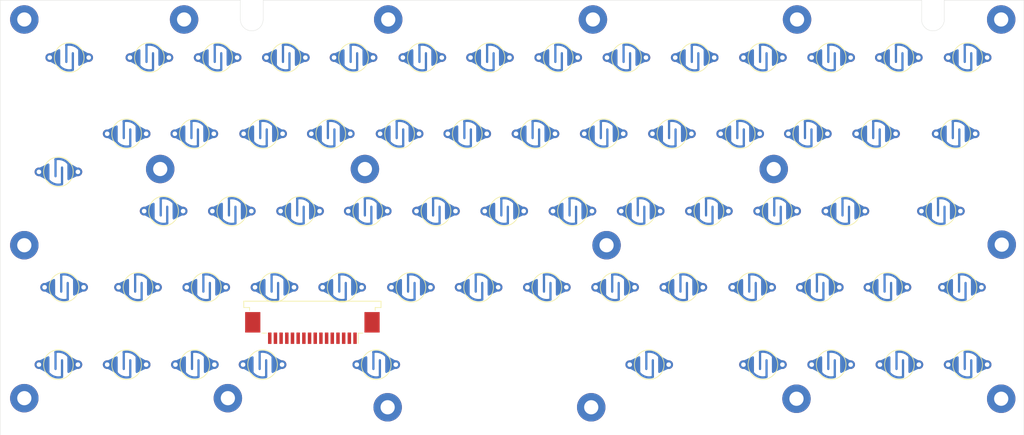
<source format=kicad_pcb>
(kicad_pcb (version 20171130) (host pcbnew 5.1.7+dfsg1-1~bpo10+1)

  (general
    (thickness 1.6)
    (drawings 12)
    (tracks 0)
    (zones 0)
    (modules 92)
    (nets 17)
  )

  (page A4)
  (layers
    (0 F.Cu signal)
    (31 B.Cu signal)
    (32 B.Adhes user)
    (33 F.Adhes user)
    (34 B.Paste user)
    (35 F.Paste user)
    (36 B.SilkS user)
    (37 F.SilkS user)
    (38 B.Mask user)
    (39 F.Mask user)
    (40 Dwgs.User user hide)
    (41 Cmts.User user)
    (42 Eco1.User user)
    (43 Eco2.User user)
    (44 Edge.Cuts user)
    (45 Margin user)
    (46 B.CrtYd user)
    (47 F.CrtYd user)
    (48 B.Fab user hide)
    (49 F.Fab user hide)
  )

  (setup
    (last_trace_width 0.25)
    (trace_clearance 0.2)
    (zone_clearance 0.508)
    (zone_45_only no)
    (trace_min 0.2)
    (via_size 0.8)
    (via_drill 0.4)
    (via_min_size 0.4)
    (via_min_drill 0.3)
    (uvia_size 0.3)
    (uvia_drill 0.1)
    (uvias_allowed no)
    (uvia_min_size 0.2)
    (uvia_min_drill 0.1)
    (edge_width 0.05)
    (segment_width 0.2)
    (pcb_text_width 0.3)
    (pcb_text_size 1.5 1.5)
    (mod_edge_width 0.12)
    (mod_text_size 1 1)
    (mod_text_width 0.15)
    (pad_size 1.524 1.524)
    (pad_drill 0.762)
    (pad_to_mask_clearance 0)
    (aux_axis_origin 0 -110)
    (grid_origin 0 -110)
    (visible_elements FFFFFFFF)
    (pcbplotparams
      (layerselection 0x010fc_ffffffff)
      (usegerberextensions false)
      (usegerberattributes true)
      (usegerberadvancedattributes true)
      (creategerberjobfile true)
      (excludeedgelayer true)
      (linewidth 0.100000)
      (plotframeref false)
      (viasonmask false)
      (mode 1)
      (useauxorigin false)
      (hpglpennumber 1)
      (hpglpenspeed 20)
      (hpglpendiameter 15.000000)
      (psnegative false)
      (psa4output false)
      (plotreference true)
      (plotvalue true)
      (plotinvisibletext false)
      (padsonsilk false)
      (subtractmaskfromsilk false)
      (outputformat 1)
      (mirror false)
      (drillshape 1)
      (scaleselection 1)
      (outputdirectory ""))
  )

  (net 0 "")
  (net 1 /R1)
  (net 2 /C8)
  (net 3 /R8)
  (net 4 /R3)
  (net 5 /C1)
  (net 6 /R4)
  (net 7 /R5)
  (net 8 /C5)
  (net 9 /R7)
  (net 10 /R6)
  (net 11 /C2)
  (net 12 /C6)
  (net 13 /C4)
  (net 14 /C7)
  (net 15 /C3)
  (net 16 /R2)

  (net_class Default "This is the default net class."
    (clearance 0.2)
    (trace_width 0.25)
    (via_dia 0.8)
    (via_drill 0.4)
    (uvia_dia 0.3)
    (uvia_drill 0.1)
    (add_net /C1)
    (add_net /C2)
    (add_net /C3)
    (add_net /C4)
    (add_net /C5)
    (add_net /C6)
    (add_net /C7)
    (add_net /C8)
    (add_net /R1)
    (add_net /R2)
    (add_net /R3)
    (add_net /R4)
    (add_net /R5)
    (add_net /R6)
    (add_net /R7)
    (add_net /R8)
  )

  (module PROJECT_LOCAL:Key_landing (layer B.Cu) (tedit 5F8BFD8A) (tstamp 5F832E13)
    (at 100.6 -72.9)
    (path /5F968133)
    (fp_text reference SW36 (at -0.127 -3.556) (layer B.SilkS) hide
      (effects (font (size 1 1) (thickness 0.15)) (justify mirror))
    )
    (fp_text value G (at 0.0635 3.6195) (layer B.Fab)
      (effects (font (size 1 1) (thickness 0.15)) (justify mirror))
    )
    (fp_poly (pts (xy 3.429 -0.635) (xy 1.8288 -1.524) (xy 1.7526 1.397) (xy 3.429 0.635)) (layer B.Cu) (width 0.1))
    (fp_poly (pts (xy -1.8288 -1.397) (xy -3.429 -0.635) (xy -3.429 0.635) (xy -1.8288 1.4986)) (layer B.Cu) (width 0.1))
    (fp_line (start -1.773455 1.393446) (end -1.778 -1.27) (layer B.Cu) (width 0.4))
    (fp_line (start -0.508 0.762) (end -0.508 -2.2098) (layer B.Cu) (width 0.4))
    (fp_line (start 0.635 2.032) (end 0.635 -0.762) (layer B.Cu) (width 0.4))
    (fp_line (start 1.778 1.27) (end 1.768268 -1.389339) (layer B.Cu) (width 0.4))
    (fp_circle (center -0.003095 0.003095) (end 2.600405 -0.123905) (layer Dwgs.User) (width 0.12))
    (fp_circle (center 0 0) (end 2.606596 0) (layer F.SilkS) (width 0.12))
    (fp_arc (start -0.009102 0.014052) (end 0.635 2.159) (angle 68.69560884) (layer B.Cu) (width 0.4))
    (fp_arc (start -0.003095 0.00481) (end -0.5334 -2.2098) (angle 64.76077944) (layer B.Cu) (width 0.4))
    (pad "" smd circle (at 0 0) (size 5 5) (layers B.Mask)
      (zone_connect 0))
    (pad 2 thru_hole circle (at 3.429 0) (size 1.524 1.524) (drill 0.8) (layers *.Cu *.Mask)
      (net 8 /C5) (zone_connect 0))
    (pad 1 thru_hole circle (at -3.429 0) (size 1.524 1.524) (drill 0.8) (layers *.Cu *.Mask)
      (net 6 /R4) (zone_connect 0))
  )

  (module PROJECT_LOCAL:Key_landing (layer B.Cu) (tedit 5F8BFD8A) (tstamp 5F8D7ABF)
    (at 12.1 -99.9)
    (path /5F92A44B)
    (fp_text reference SW1 (at -0.127 -3.556) (layer B.SilkS) hide
      (effects (font (size 1 1) (thickness 0.15)) (justify mirror))
    )
    (fp_text value Backspace (at 0.0635 3.6195) (layer B.Fab)
      (effects (font (size 1 1) (thickness 0.15)) (justify mirror))
    )
    (fp_poly (pts (xy 3.429 -0.635) (xy 1.8288 -1.524) (xy 1.7526 1.397) (xy 3.429 0.635)) (layer B.Cu) (width 0.1))
    (fp_poly (pts (xy -1.8288 -1.397) (xy -3.429 -0.635) (xy -3.429 0.635) (xy -1.8288 1.4986)) (layer B.Cu) (width 0.1))
    (fp_line (start -1.773455 1.393446) (end -1.778 -1.27) (layer B.Cu) (width 0.4))
    (fp_line (start -0.508 0.762) (end -0.508 -2.2098) (layer B.Cu) (width 0.4))
    (fp_line (start 0.635 2.032) (end 0.635 -0.762) (layer B.Cu) (width 0.4))
    (fp_line (start 1.778 1.27) (end 1.768268 -1.389339) (layer B.Cu) (width 0.4))
    (fp_circle (center -0.003095 0.003095) (end 2.600405 -0.123905) (layer Dwgs.User) (width 0.12))
    (fp_circle (center 0 0) (end 2.606596 0) (layer F.SilkS) (width 0.12))
    (fp_arc (start -0.009102 0.014052) (end 0.635 2.159) (angle 68.69560884) (layer B.Cu) (width 0.4))
    (fp_arc (start -0.003095 0.00481) (end -0.5334 -2.2098) (angle 64.76077944) (layer B.Cu) (width 0.4))
    (pad "" smd circle (at 0 0) (size 5 5) (layers B.Mask)
      (zone_connect 0))
    (pad 2 thru_hole circle (at 3.429 0) (size 1.524 1.524) (drill 0.8) (layers *.Cu *.Mask)
      (net 11 /C2) (zone_connect 0))
    (pad 1 thru_hole circle (at -3.429 0) (size 1.524 1.524) (drill 0.8) (layers *.Cu *.Mask)
      (net 9 /R7) (zone_connect 0))
  )

  (module PROJECT_LOCAL:Key_landing (layer B.Cu) (tedit 5F8BFD8A) (tstamp 5F8C1A1F)
    (at 26.2 -99.9)
    (path /5F9295C3)
    (fp_text reference SW2 (at -0.127 -3.556) (layer B.SilkS) hide
      (effects (font (size 1 1) (thickness 0.15)) (justify mirror))
    )
    (fp_text value =+ (at 0.0635 3.6195) (layer B.Fab)
      (effects (font (size 1 1) (thickness 0.15)) (justify mirror))
    )
    (fp_poly (pts (xy 3.429 -0.635) (xy 1.8288 -1.524) (xy 1.7526 1.397) (xy 3.429 0.635)) (layer B.Cu) (width 0.1))
    (fp_poly (pts (xy -1.8288 -1.397) (xy -3.429 -0.635) (xy -3.429 0.635) (xy -1.8288 1.4986)) (layer B.Cu) (width 0.1))
    (fp_line (start -1.773455 1.393446) (end -1.778 -1.27) (layer B.Cu) (width 0.4))
    (fp_line (start -0.508 0.762) (end -0.508 -2.2098) (layer B.Cu) (width 0.4))
    (fp_line (start 0.635 2.032) (end 0.635 -0.762) (layer B.Cu) (width 0.4))
    (fp_line (start 1.778 1.27) (end 1.768268 -1.389339) (layer B.Cu) (width 0.4))
    (fp_circle (center -0.003095 0.003095) (end 2.600405 -0.123905) (layer Dwgs.User) (width 0.12))
    (fp_circle (center 0 0) (end 2.606596 0) (layer F.SilkS) (width 0.12))
    (fp_arc (start -0.009102 0.014052) (end 0.635 2.159) (angle 68.69560884) (layer B.Cu) (width 0.4))
    (fp_arc (start -0.003095 0.00481) (end -0.5334 -2.2098) (angle 64.76077944) (layer B.Cu) (width 0.4))
    (pad "" smd circle (at 0 0) (size 5 5) (layers B.Mask)
      (zone_connect 0))
    (pad 2 thru_hole circle (at 3.429 0) (size 1.524 1.524) (drill 0.8) (layers *.Cu *.Mask)
      (net 14 /C7) (zone_connect 0))
    (pad 1 thru_hole circle (at -3.429 0) (size 1.524 1.524) (drill 0.8) (layers *.Cu *.Mask)
      (net 10 /R6) (zone_connect 0))
  )

  (module PROJECT_LOCAL:Key_landing (layer B.Cu) (tedit 5F8BFD8A) (tstamp 5F832C03)
    (at 38.2 -99.9)
    (path /5F928621)
    (fp_text reference SW3 (at -0.127 -3.556) (layer B.SilkS) hide
      (effects (font (size 1 1) (thickness 0.15)) (justify mirror))
    )
    (fp_text value -_ (at 0.0635 3.6195) (layer B.Fab)
      (effects (font (size 1 1) (thickness 0.15)) (justify mirror))
    )
    (fp_poly (pts (xy 3.429 -0.635) (xy 1.8288 -1.524) (xy 1.7526 1.397) (xy 3.429 0.635)) (layer B.Cu) (width 0.1))
    (fp_poly (pts (xy -1.8288 -1.397) (xy -3.429 -0.635) (xy -3.429 0.635) (xy -1.8288 1.4986)) (layer B.Cu) (width 0.1))
    (fp_line (start -1.773455 1.393446) (end -1.778 -1.27) (layer B.Cu) (width 0.4))
    (fp_line (start -0.508 0.762) (end -0.508 -2.2098) (layer B.Cu) (width 0.4))
    (fp_line (start 0.635 2.032) (end 0.635 -0.762) (layer B.Cu) (width 0.4))
    (fp_line (start 1.778 1.27) (end 1.768268 -1.389339) (layer B.Cu) (width 0.4))
    (fp_circle (center -0.003095 0.003095) (end 2.600405 -0.123905) (layer Dwgs.User) (width 0.12))
    (fp_circle (center 0 0) (end 2.606596 0) (layer F.SilkS) (width 0.12))
    (fp_arc (start -0.009102 0.014052) (end 0.635 2.159) (angle 68.69560884) (layer B.Cu) (width 0.4))
    (fp_arc (start -0.003095 0.00481) (end -0.5334 -2.2098) (angle 64.76077944) (layer B.Cu) (width 0.4))
    (pad "" smd circle (at 0 0) (size 5 5) (layers B.Mask)
      (zone_connect 0))
    (pad 2 thru_hole circle (at 3.429 0) (size 1.524 1.524) (drill 0.8) (layers *.Cu *.Mask)
      (net 13 /C4) (zone_connect 0))
    (pad 1 thru_hole circle (at -3.429 0) (size 1.524 1.524) (drill 0.8) (layers *.Cu *.Mask)
      (net 4 /R3) (zone_connect 0))
  )

  (module PROJECT_LOCAL:Key_landing (layer B.Cu) (tedit 5F8BFD8A) (tstamp 5F832C13)
    (at 50.2 -99.9)
    (path /5F927AA2)
    (fp_text reference SW4 (at -0.127 -3.556) (layer B.SilkS) hide
      (effects (font (size 1 1) (thickness 0.15)) (justify mirror))
    )
    (fp_text value 0 (at 0.0635 3.6195) (layer B.Fab)
      (effects (font (size 1 1) (thickness 0.15)) (justify mirror))
    )
    (fp_poly (pts (xy 3.429 -0.635) (xy 1.8288 -1.524) (xy 1.7526 1.397) (xy 3.429 0.635)) (layer B.Cu) (width 0.1))
    (fp_poly (pts (xy -1.8288 -1.397) (xy -3.429 -0.635) (xy -3.429 0.635) (xy -1.8288 1.4986)) (layer B.Cu) (width 0.1))
    (fp_line (start -1.773455 1.393446) (end -1.778 -1.27) (layer B.Cu) (width 0.4))
    (fp_line (start -0.508 0.762) (end -0.508 -2.2098) (layer B.Cu) (width 0.4))
    (fp_line (start 0.635 2.032) (end 0.635 -0.762) (layer B.Cu) (width 0.4))
    (fp_line (start 1.778 1.27) (end 1.768268 -1.389339) (layer B.Cu) (width 0.4))
    (fp_circle (center -0.003095 0.003095) (end 2.600405 -0.123905) (layer Dwgs.User) (width 0.12))
    (fp_circle (center 0 0) (end 2.606596 0) (layer F.SilkS) (width 0.12))
    (fp_arc (start -0.009102 0.014052) (end 0.635 2.159) (angle 68.69560884) (layer B.Cu) (width 0.4))
    (fp_arc (start -0.003095 0.00481) (end -0.5334 -2.2098) (angle 64.76077944) (layer B.Cu) (width 0.4))
    (pad "" smd circle (at 0 0) (size 5 5) (layers B.Mask)
      (zone_connect 0))
    (pad 2 thru_hole circle (at 3.429 0) (size 1.524 1.524) (drill 0.8) (layers *.Cu *.Mask)
      (net 13 /C4) (zone_connect 0))
    (pad 1 thru_hole circle (at -3.429 0) (size 1.524 1.524) (drill 0.8) (layers *.Cu *.Mask)
      (net 1 /R1) (zone_connect 0))
  )

  (module PROJECT_LOCAL:Key_landing (layer B.Cu) (tedit 5F8BFD8A) (tstamp 5F832C23)
    (at 62.1 -99.9)
    (path /5F926DD6)
    (fp_text reference SW5 (at -0.127 -3.556) (layer B.SilkS) hide
      (effects (font (size 1 1) (thickness 0.15)) (justify mirror))
    )
    (fp_text value 9 (at 0.0635 3.6195) (layer B.Fab)
      (effects (font (size 1 1) (thickness 0.15)) (justify mirror))
    )
    (fp_poly (pts (xy 3.429 -0.635) (xy 1.8288 -1.524) (xy 1.7526 1.397) (xy 3.429 0.635)) (layer B.Cu) (width 0.1))
    (fp_poly (pts (xy -1.8288 -1.397) (xy -3.429 -0.635) (xy -3.429 0.635) (xy -1.8288 1.4986)) (layer B.Cu) (width 0.1))
    (fp_line (start -1.773455 1.393446) (end -1.778 -1.27) (layer B.Cu) (width 0.4))
    (fp_line (start -0.508 0.762) (end -0.508 -2.2098) (layer B.Cu) (width 0.4))
    (fp_line (start 0.635 2.032) (end 0.635 -0.762) (layer B.Cu) (width 0.4))
    (fp_line (start 1.778 1.27) (end 1.768268 -1.389339) (layer B.Cu) (width 0.4))
    (fp_circle (center -0.003095 0.003095) (end 2.600405 -0.123905) (layer Dwgs.User) (width 0.12))
    (fp_circle (center 0 0) (end 2.606596 0) (layer F.SilkS) (width 0.12))
    (fp_arc (start -0.009102 0.014052) (end 0.635 2.159) (angle 68.69560884) (layer B.Cu) (width 0.4))
    (fp_arc (start -0.003095 0.00481) (end -0.5334 -2.2098) (angle 64.76077944) (layer B.Cu) (width 0.4))
    (pad "" smd circle (at 0 0) (size 5 5) (layers B.Mask)
      (zone_connect 0))
    (pad 2 thru_hole circle (at 3.429 0) (size 1.524 1.524) (drill 0.8) (layers *.Cu *.Mask)
      (net 11 /C2) (zone_connect 0))
    (pad 1 thru_hole circle (at -3.429 0) (size 1.524 1.524) (drill 0.8) (layers *.Cu *.Mask)
      (net 3 /R8) (zone_connect 0))
  )

  (module PROJECT_LOCAL:Key_landing (layer B.Cu) (tedit 5F8BFD8A) (tstamp 5F832C33)
    (at 74.2 -99.9)
    (path /5F9261C3)
    (fp_text reference SW6 (at -0.127 -3.556) (layer B.SilkS) hide
      (effects (font (size 1 1) (thickness 0.15)) (justify mirror))
    )
    (fp_text value 8 (at 0.0635 3.6195) (layer B.Fab)
      (effects (font (size 1 1) (thickness 0.15)) (justify mirror))
    )
    (fp_poly (pts (xy 3.429 -0.635) (xy 1.8288 -1.524) (xy 1.7526 1.397) (xy 3.429 0.635)) (layer B.Cu) (width 0.1))
    (fp_poly (pts (xy -1.8288 -1.397) (xy -3.429 -0.635) (xy -3.429 0.635) (xy -1.8288 1.4986)) (layer B.Cu) (width 0.1))
    (fp_line (start -1.773455 1.393446) (end -1.778 -1.27) (layer B.Cu) (width 0.4))
    (fp_line (start -0.508 0.762) (end -0.508 -2.2098) (layer B.Cu) (width 0.4))
    (fp_line (start 0.635 2.032) (end 0.635 -0.762) (layer B.Cu) (width 0.4))
    (fp_line (start 1.778 1.27) (end 1.768268 -1.389339) (layer B.Cu) (width 0.4))
    (fp_circle (center -0.003095 0.003095) (end 2.600405 -0.123905) (layer Dwgs.User) (width 0.12))
    (fp_circle (center 0 0) (end 2.606596 0) (layer F.SilkS) (width 0.12))
    (fp_arc (start -0.009102 0.014052) (end 0.635 2.159) (angle 68.69560884) (layer B.Cu) (width 0.4))
    (fp_arc (start -0.003095 0.00481) (end -0.5334 -2.2098) (angle 64.76077944) (layer B.Cu) (width 0.4))
    (pad "" smd circle (at 0 0) (size 5 5) (layers B.Mask)
      (zone_connect 0))
    (pad 2 thru_hole circle (at 3.429 0) (size 1.524 1.524) (drill 0.8) (layers *.Cu *.Mask)
      (net 12 /C6) (zone_connect 0))
    (pad 1 thru_hole circle (at -3.429 0) (size 1.524 1.524) (drill 0.8) (layers *.Cu *.Mask)
      (net 9 /R7) (zone_connect 0))
  )

  (module PROJECT_LOCAL:Key_landing (layer B.Cu) (tedit 5F8BFD8A) (tstamp 5F832C43)
    (at 86.1 -99.9)
    (path /5F9256EA)
    (fp_text reference SW7 (at -0.127 -3.556) (layer B.SilkS) hide
      (effects (font (size 1 1) (thickness 0.15)) (justify mirror))
    )
    (fp_text value 7 (at 0.0635 3.6195) (layer B.Fab)
      (effects (font (size 1 1) (thickness 0.15)) (justify mirror))
    )
    (fp_poly (pts (xy 3.429 -0.635) (xy 1.8288 -1.524) (xy 1.7526 1.397) (xy 3.429 0.635)) (layer B.Cu) (width 0.1))
    (fp_poly (pts (xy -1.8288 -1.397) (xy -3.429 -0.635) (xy -3.429 0.635) (xy -1.8288 1.4986)) (layer B.Cu) (width 0.1))
    (fp_line (start -1.773455 1.393446) (end -1.778 -1.27) (layer B.Cu) (width 0.4))
    (fp_line (start -0.508 0.762) (end -0.508 -2.2098) (layer B.Cu) (width 0.4))
    (fp_line (start 0.635 2.032) (end 0.635 -0.762) (layer B.Cu) (width 0.4))
    (fp_line (start 1.778 1.27) (end 1.768268 -1.389339) (layer B.Cu) (width 0.4))
    (fp_circle (center -0.003095 0.003095) (end 2.600405 -0.123905) (layer Dwgs.User) (width 0.12))
    (fp_circle (center 0 0) (end 2.606596 0) (layer F.SilkS) (width 0.12))
    (fp_arc (start -0.009102 0.014052) (end 0.635 2.159) (angle 68.69560884) (layer B.Cu) (width 0.4))
    (fp_arc (start -0.003095 0.00481) (end -0.5334 -2.2098) (angle 64.76077944) (layer B.Cu) (width 0.4))
    (pad "" smd circle (at 0 0) (size 5 5) (layers B.Mask)
      (zone_connect 0))
    (pad 2 thru_hole circle (at 3.429 0) (size 1.524 1.524) (drill 0.8) (layers *.Cu *.Mask)
      (net 11 /C2) (zone_connect 0))
    (pad 1 thru_hole circle (at -3.429 0) (size 1.524 1.524) (drill 0.8) (layers *.Cu *.Mask)
      (net 10 /R6) (zone_connect 0))
  )

  (module PROJECT_LOCAL:Key_landing (layer B.Cu) (tedit 5F8BFD8A) (tstamp 5F8C1B82)
    (at 98.1 -99.9)
    (path /5F924CA6)
    (fp_text reference SW8 (at -0.127 -3.556) (layer B.SilkS) hide
      (effects (font (size 1 1) (thickness 0.15)) (justify mirror))
    )
    (fp_text value 6 (at 0.0635 3.6195) (layer B.Fab)
      (effects (font (size 1 1) (thickness 0.15)) (justify mirror))
    )
    (fp_poly (pts (xy 3.429 -0.635) (xy 1.8288 -1.524) (xy 1.7526 1.397) (xy 3.429 0.635)) (layer B.Cu) (width 0.1))
    (fp_poly (pts (xy -1.8288 -1.397) (xy -3.429 -0.635) (xy -3.429 0.635) (xy -1.8288 1.4986)) (layer B.Cu) (width 0.1))
    (fp_line (start -1.773455 1.393446) (end -1.778 -1.27) (layer B.Cu) (width 0.4))
    (fp_line (start -0.508 0.762) (end -0.508 -2.2098) (layer B.Cu) (width 0.4))
    (fp_line (start 0.635 2.032) (end 0.635 -0.762) (layer B.Cu) (width 0.4))
    (fp_line (start 1.778 1.27) (end 1.768268 -1.389339) (layer B.Cu) (width 0.4))
    (fp_circle (center -0.003095 0.003095) (end 2.600405 -0.123905) (layer Dwgs.User) (width 0.12))
    (fp_circle (center 0 0) (end 2.606596 0) (layer F.SilkS) (width 0.12))
    (fp_arc (start -0.009102 0.014052) (end 0.635 2.159) (angle 68.69560884) (layer B.Cu) (width 0.4))
    (fp_arc (start -0.003095 0.00481) (end -0.5334 -2.2098) (angle 64.76077944) (layer B.Cu) (width 0.4))
    (pad "" smd circle (at 0 0) (size 5 5) (layers B.Mask)
      (zone_connect 0))
    (pad 2 thru_hole circle (at 3.429 0) (size 1.524 1.524) (drill 0.8) (layers *.Cu *.Mask)
      (net 5 /C1) (zone_connect 0))
    (pad 1 thru_hole circle (at -3.429 0) (size 1.524 1.524) (drill 0.8) (layers *.Cu *.Mask)
      (net 3 /R8) (zone_connect 0))
  )

  (module PROJECT_LOCAL:Key_landing (layer B.Cu) (tedit 5F8BFD8A) (tstamp 5F832C63)
    (at 110.1 -99.9)
    (path /5F9242C1)
    (fp_text reference SW9 (at -0.127 -3.556) (layer B.SilkS) hide
      (effects (font (size 1 1) (thickness 0.15)) (justify mirror))
    )
    (fp_text value 5 (at 0.0635 3.6195) (layer B.Fab)
      (effects (font (size 1 1) (thickness 0.15)) (justify mirror))
    )
    (fp_poly (pts (xy 3.429 -0.635) (xy 1.8288 -1.524) (xy 1.7526 1.397) (xy 3.429 0.635)) (layer B.Cu) (width 0.1))
    (fp_poly (pts (xy -1.8288 -1.397) (xy -3.429 -0.635) (xy -3.429 0.635) (xy -1.8288 1.4986)) (layer B.Cu) (width 0.1))
    (fp_line (start -1.773455 1.393446) (end -1.778 -1.27) (layer B.Cu) (width 0.4))
    (fp_line (start -0.508 0.762) (end -0.508 -2.2098) (layer B.Cu) (width 0.4))
    (fp_line (start 0.635 2.032) (end 0.635 -0.762) (layer B.Cu) (width 0.4))
    (fp_line (start 1.778 1.27) (end 1.768268 -1.389339) (layer B.Cu) (width 0.4))
    (fp_circle (center -0.003095 0.003095) (end 2.600405 -0.123905) (layer Dwgs.User) (width 0.12))
    (fp_circle (center 0 0) (end 2.606596 0) (layer F.SilkS) (width 0.12))
    (fp_arc (start -0.009102 0.014052) (end 0.635 2.159) (angle 68.69560884) (layer B.Cu) (width 0.4))
    (fp_arc (start -0.003095 0.00481) (end -0.5334 -2.2098) (angle 64.76077944) (layer B.Cu) (width 0.4))
    (pad "" smd circle (at 0 0) (size 5 5) (layers B.Mask)
      (zone_connect 0))
    (pad 2 thru_hole circle (at 3.429 0) (size 1.524 1.524) (drill 0.8) (layers *.Cu *.Mask)
      (net 5 /C1) (zone_connect 0))
    (pad 1 thru_hole circle (at -3.429 0) (size 1.524 1.524) (drill 0.8) (layers *.Cu *.Mask)
      (net 9 /R7) (zone_connect 0))
  )

  (module PROJECT_LOCAL:Key_landing (layer B.Cu) (tedit 5F8BFD8A) (tstamp 5F832C73)
    (at 122.1 -99.9)
    (path /5F923AEE)
    (fp_text reference SW10 (at -0.127 -3.556) (layer B.SilkS) hide
      (effects (font (size 1 1) (thickness 0.15)) (justify mirror))
    )
    (fp_text value 4 (at 0.0635 3.6195) (layer B.Fab)
      (effects (font (size 1 1) (thickness 0.15)) (justify mirror))
    )
    (fp_poly (pts (xy 3.429 -0.635) (xy 1.8288 -1.524) (xy 1.7526 1.397) (xy 3.429 0.635)) (layer B.Cu) (width 0.1))
    (fp_poly (pts (xy -1.8288 -1.397) (xy -3.429 -0.635) (xy -3.429 0.635) (xy -1.8288 1.4986)) (layer B.Cu) (width 0.1))
    (fp_line (start -1.773455 1.393446) (end -1.778 -1.27) (layer B.Cu) (width 0.4))
    (fp_line (start -0.508 0.762) (end -0.508 -2.2098) (layer B.Cu) (width 0.4))
    (fp_line (start 0.635 2.032) (end 0.635 -0.762) (layer B.Cu) (width 0.4))
    (fp_line (start 1.778 1.27) (end 1.768268 -1.389339) (layer B.Cu) (width 0.4))
    (fp_circle (center -0.003095 0.003095) (end 2.600405 -0.123905) (layer Dwgs.User) (width 0.12))
    (fp_circle (center 0 0) (end 2.606596 0) (layer F.SilkS) (width 0.12))
    (fp_arc (start -0.009102 0.014052) (end 0.635 2.159) (angle 68.69560884) (layer B.Cu) (width 0.4))
    (fp_arc (start -0.003095 0.00481) (end -0.5334 -2.2098) (angle 64.76077944) (layer B.Cu) (width 0.4))
    (pad "" smd circle (at 0 0) (size 5 5) (layers B.Mask)
      (zone_connect 0))
    (pad 2 thru_hole circle (at 3.429 0) (size 1.524 1.524) (drill 0.8) (layers *.Cu *.Mask)
      (net 8 /C5) (zone_connect 0))
    (pad 1 thru_hole circle (at -3.429 0) (size 1.524 1.524) (drill 0.8) (layers *.Cu *.Mask)
      (net 4 /R3) (zone_connect 0))
  )

  (module PROJECT_LOCAL:Key_landing (layer B.Cu) (tedit 5F8BFD8A) (tstamp 5F832C83)
    (at 134.1 -99.9)
    (path /5F92334B)
    (fp_text reference SW11 (at -0.127 -3.556) (layer B.SilkS) hide
      (effects (font (size 1 1) (thickness 0.15)) (justify mirror))
    )
    (fp_text value 3 (at 0.0635 3.6195) (layer B.Fab)
      (effects (font (size 1 1) (thickness 0.15)) (justify mirror))
    )
    (fp_poly (pts (xy 3.429 -0.635) (xy 1.8288 -1.524) (xy 1.7526 1.397) (xy 3.429 0.635)) (layer B.Cu) (width 0.1))
    (fp_poly (pts (xy -1.8288 -1.397) (xy -3.429 -0.635) (xy -3.429 0.635) (xy -1.8288 1.4986)) (layer B.Cu) (width 0.1))
    (fp_line (start -1.773455 1.393446) (end -1.778 -1.27) (layer B.Cu) (width 0.4))
    (fp_line (start -0.508 0.762) (end -0.508 -2.2098) (layer B.Cu) (width 0.4))
    (fp_line (start 0.635 2.032) (end 0.635 -0.762) (layer B.Cu) (width 0.4))
    (fp_line (start 1.778 1.27) (end 1.768268 -1.389339) (layer B.Cu) (width 0.4))
    (fp_circle (center -0.003095 0.003095) (end 2.600405 -0.123905) (layer Dwgs.User) (width 0.12))
    (fp_circle (center 0 0) (end 2.606596 0) (layer F.SilkS) (width 0.12))
    (fp_arc (start -0.009102 0.014052) (end 0.635 2.159) (angle 68.69560884) (layer B.Cu) (width 0.4))
    (fp_arc (start -0.003095 0.00481) (end -0.5334 -2.2098) (angle 64.76077944) (layer B.Cu) (width 0.4))
    (pad "" smd circle (at 0 0) (size 5 5) (layers B.Mask)
      (zone_connect 0))
    (pad 2 thru_hole circle (at 3.429 0) (size 1.524 1.524) (drill 0.8) (layers *.Cu *.Mask)
      (net 5 /C1) (zone_connect 0))
    (pad 1 thru_hole circle (at -3.429 0) (size 1.524 1.524) (drill 0.8) (layers *.Cu *.Mask)
      (net 7 /R5) (zone_connect 0))
  )

  (module PROJECT_LOCAL:Key_landing (layer B.Cu) (tedit 5F8BFD8A) (tstamp 5F832C93)
    (at 146.1 -99.9)
    (path /5F9229D6)
    (fp_text reference SW12 (at -0.127 -3.556) (layer B.SilkS) hide
      (effects (font (size 1 1) (thickness 0.15)) (justify mirror))
    )
    (fp_text value 2 (at 0.0635 3.6195) (layer B.Fab)
      (effects (font (size 1 1) (thickness 0.15)) (justify mirror))
    )
    (fp_poly (pts (xy 3.429 -0.635) (xy 1.8288 -1.524) (xy 1.7526 1.397) (xy 3.429 0.635)) (layer B.Cu) (width 0.1))
    (fp_poly (pts (xy -1.8288 -1.397) (xy -3.429 -0.635) (xy -3.429 0.635) (xy -1.8288 1.4986)) (layer B.Cu) (width 0.1))
    (fp_line (start -1.773455 1.393446) (end -1.778 -1.27) (layer B.Cu) (width 0.4))
    (fp_line (start -0.508 0.762) (end -0.508 -2.2098) (layer B.Cu) (width 0.4))
    (fp_line (start 0.635 2.032) (end 0.635 -0.762) (layer B.Cu) (width 0.4))
    (fp_line (start 1.778 1.27) (end 1.768268 -1.389339) (layer B.Cu) (width 0.4))
    (fp_circle (center -0.003095 0.003095) (end 2.600405 -0.123905) (layer Dwgs.User) (width 0.12))
    (fp_circle (center 0 0) (end 2.606596 0) (layer F.SilkS) (width 0.12))
    (fp_arc (start -0.009102 0.014052) (end 0.635 2.159) (angle 68.69560884) (layer B.Cu) (width 0.4))
    (fp_arc (start -0.003095 0.00481) (end -0.5334 -2.2098) (angle 64.76077944) (layer B.Cu) (width 0.4))
    (pad "" smd circle (at 0 0) (size 5 5) (layers B.Mask)
      (zone_connect 0))
    (pad 2 thru_hole circle (at 3.429 0) (size 1.524 1.524) (drill 0.8) (layers *.Cu *.Mask)
      (net 5 /C1) (zone_connect 0))
    (pad 1 thru_hole circle (at -3.429 0) (size 1.524 1.524) (drill 0.8) (layers *.Cu *.Mask)
      (net 6 /R4) (zone_connect 0))
  )

  (module PROJECT_LOCAL:Key_landing (layer B.Cu) (tedit 5F8BFD8A) (tstamp 5F832CA3)
    (at 158 -99.9)
    (path /5F9221C6)
    (fp_text reference SW13 (at -0.127 -3.556) (layer B.SilkS) hide
      (effects (font (size 1 1) (thickness 0.15)) (justify mirror))
    )
    (fp_text value 1 (at 0.0635 3.6195) (layer B.Fab)
      (effects (font (size 1 1) (thickness 0.15)) (justify mirror))
    )
    (fp_poly (pts (xy 3.429 -0.635) (xy 1.8288 -1.524) (xy 1.7526 1.397) (xy 3.429 0.635)) (layer B.Cu) (width 0.1))
    (fp_poly (pts (xy -1.8288 -1.397) (xy -3.429 -0.635) (xy -3.429 0.635) (xy -1.8288 1.4986)) (layer B.Cu) (width 0.1))
    (fp_line (start -1.773455 1.393446) (end -1.778 -1.27) (layer B.Cu) (width 0.4))
    (fp_line (start -0.508 0.762) (end -0.508 -2.2098) (layer B.Cu) (width 0.4))
    (fp_line (start 0.635 2.032) (end 0.635 -0.762) (layer B.Cu) (width 0.4))
    (fp_line (start 1.778 1.27) (end 1.768268 -1.389339) (layer B.Cu) (width 0.4))
    (fp_circle (center -0.003095 0.003095) (end 2.600405 -0.123905) (layer Dwgs.User) (width 0.12))
    (fp_circle (center 0 0) (end 2.606596 0) (layer F.SilkS) (width 0.12))
    (fp_arc (start -0.009102 0.014052) (end 0.635 2.159) (angle 68.69560884) (layer B.Cu) (width 0.4))
    (fp_arc (start -0.003095 0.00481) (end -0.5334 -2.2098) (angle 64.76077944) (layer B.Cu) (width 0.4))
    (pad "" smd circle (at 0 0) (size 5 5) (layers B.Mask)
      (zone_connect 0))
    (pad 2 thru_hole circle (at 3.429 0) (size 1.524 1.524) (drill 0.8) (layers *.Cu *.Mask)
      (net 5 /C1) (zone_connect 0))
    (pad 1 thru_hole circle (at -3.429 0) (size 1.524 1.524) (drill 0.8) (layers *.Cu *.Mask)
      (net 4 /R3) (zone_connect 0))
  )

  (module PROJECT_LOCAL:Key_landing (layer B.Cu) (tedit 5F8BFD8A) (tstamp 5F832CB3)
    (at 170.1 -99.9)
    (path /5F82B3E6)
    (fp_text reference SW14 (at -0.127 -3.556) (layer B.SilkS) hide
      (effects (font (size 1 1) (thickness 0.15)) (justify mirror))
    )
    (fp_text value ESC (at 0.0635 3.6195) (layer B.Fab)
      (effects (font (size 1 1) (thickness 0.15)) (justify mirror))
    )
    (fp_poly (pts (xy 3.429 -0.635) (xy 1.8288 -1.524) (xy 1.7526 1.397) (xy 3.429 0.635)) (layer B.Cu) (width 0.1))
    (fp_poly (pts (xy -1.8288 -1.397) (xy -3.429 -0.635) (xy -3.429 0.635) (xy -1.8288 1.4986)) (layer B.Cu) (width 0.1))
    (fp_line (start -1.773455 1.393446) (end -1.778 -1.27) (layer B.Cu) (width 0.4))
    (fp_line (start -0.508 0.762) (end -0.508 -2.2098) (layer B.Cu) (width 0.4))
    (fp_line (start 0.635 2.032) (end 0.635 -0.762) (layer B.Cu) (width 0.4))
    (fp_line (start 1.778 1.27) (end 1.768268 -1.389339) (layer B.Cu) (width 0.4))
    (fp_circle (center -0.003095 0.003095) (end 2.600405 -0.123905) (layer Dwgs.User) (width 0.12))
    (fp_circle (center 0 0) (end 2.606596 0) (layer F.SilkS) (width 0.12))
    (fp_arc (start -0.009102 0.014052) (end 0.635 2.159) (angle 68.69560884) (layer B.Cu) (width 0.4))
    (fp_arc (start -0.003095 0.00481) (end -0.5334 -2.2098) (angle 64.76077944) (layer B.Cu) (width 0.4))
    (pad "" smd circle (at 0 0) (size 5 5) (layers B.Mask)
      (zone_connect 0))
    (pad 2 thru_hole circle (at 3.429 0) (size 1.524 1.524) (drill 0.8) (layers *.Cu *.Mask)
      (net 2 /C8) (zone_connect 0))
    (pad 1 thru_hole circle (at -3.429 0) (size 1.524 1.524) (drill 0.8) (layers *.Cu *.Mask)
      (net 3 /R8) (zone_connect 0))
  )

  (module PROJECT_LOCAL:Key_landing (layer B.Cu) (tedit 5F8BFD8A) (tstamp 5F8D4B93)
    (at 22.2 -86.5)
    (path /5F954F7D)
    (fp_text reference SW15 (at -0.127 -3.556) (layer B.SilkS) hide
      (effects (font (size 1 1) (thickness 0.15)) (justify mirror))
    )
    (fp_text value ] (at 0.0635 3.6195) (layer B.Fab)
      (effects (font (size 1 1) (thickness 0.15)) (justify mirror))
    )
    (fp_poly (pts (xy 3.429 -0.635) (xy 1.8288 -1.524) (xy 1.7526 1.397) (xy 3.429 0.635)) (layer B.Cu) (width 0.1))
    (fp_poly (pts (xy -1.8288 -1.397) (xy -3.429 -0.635) (xy -3.429 0.635) (xy -1.8288 1.4986)) (layer B.Cu) (width 0.1))
    (fp_line (start -1.773455 1.393446) (end -1.778 -1.27) (layer B.Cu) (width 0.4))
    (fp_line (start -0.508 0.762) (end -0.508 -2.2098) (layer B.Cu) (width 0.4))
    (fp_line (start 0.635 2.032) (end 0.635 -0.762) (layer B.Cu) (width 0.4))
    (fp_line (start 1.778 1.27) (end 1.768268 -1.389339) (layer B.Cu) (width 0.4))
    (fp_circle (center -0.003095 0.003095) (end 2.600405 -0.123905) (layer Dwgs.User) (width 0.12))
    (fp_circle (center 0 0) (end 2.606596 0) (layer F.SilkS) (width 0.12))
    (fp_arc (start -0.009102 0.014052) (end 0.635 2.159) (angle 68.69560884) (layer B.Cu) (width 0.4))
    (fp_arc (start -0.003095 0.00481) (end -0.5334 -2.2098) (angle 64.76077944) (layer B.Cu) (width 0.4))
    (pad "" smd circle (at 0 0) (size 5 5) (layers B.Mask)
      (zone_connect 0))
    (pad 2 thru_hole circle (at 3.429 0) (size 1.524 1.524) (drill 0.8) (layers *.Cu *.Mask)
      (net 13 /C4) (zone_connect 0))
    (pad 1 thru_hole circle (at -3.429 0) (size 1.524 1.524) (drill 0.8) (layers *.Cu *.Mask)
      (net 3 /R8) (zone_connect 0))
  )

  (module PROJECT_LOCAL:Key_landing (layer B.Cu) (tedit 5F8BFD8A) (tstamp 5F832CD3)
    (at 34.1 -86.5)
    (path /5F954F73)
    (fp_text reference SW16 (at -0.127 -3.556) (layer B.SilkS) hide
      (effects (font (size 1 1) (thickness 0.15)) (justify mirror))
    )
    (fp_text value [ (at 0.0635 3.6195) (layer B.Fab)
      (effects (font (size 1 1) (thickness 0.15)) (justify mirror))
    )
    (fp_poly (pts (xy 3.429 -0.635) (xy 1.8288 -1.524) (xy 1.7526 1.397) (xy 3.429 0.635)) (layer B.Cu) (width 0.1))
    (fp_poly (pts (xy -1.8288 -1.397) (xy -3.429 -0.635) (xy -3.429 0.635) (xy -1.8288 1.4986)) (layer B.Cu) (width 0.1))
    (fp_line (start -1.773455 1.393446) (end -1.778 -1.27) (layer B.Cu) (width 0.4))
    (fp_line (start -0.508 0.762) (end -0.508 -2.2098) (layer B.Cu) (width 0.4))
    (fp_line (start 0.635 2.032) (end 0.635 -0.762) (layer B.Cu) (width 0.4))
    (fp_line (start 1.778 1.27) (end 1.768268 -1.389339) (layer B.Cu) (width 0.4))
    (fp_circle (center -0.003095 0.003095) (end 2.600405 -0.123905) (layer Dwgs.User) (width 0.12))
    (fp_circle (center 0 0) (end 2.606596 0) (layer F.SilkS) (width 0.12))
    (fp_arc (start -0.009102 0.014052) (end 0.635 2.159) (angle 68.69560884) (layer B.Cu) (width 0.4))
    (fp_arc (start -0.003095 0.00481) (end -0.5334 -2.2098) (angle 64.76077944) (layer B.Cu) (width 0.4))
    (pad "" smd circle (at 0 0) (size 5 5) (layers B.Mask)
      (zone_connect 0))
    (pad 2 thru_hole circle (at 3.429 0) (size 1.524 1.524) (drill 0.8) (layers *.Cu *.Mask)
      (net 13 /C4) (zone_connect 0))
    (pad 1 thru_hole circle (at -3.429 0) (size 1.524 1.524) (drill 0.8) (layers *.Cu *.Mask)
      (net 7 /R5) (zone_connect 0))
  )

  (module PROJECT_LOCAL:Key_landing (layer B.Cu) (tedit 5F8BFD8A) (tstamp 5F832CE3)
    (at 46.2 -86.5)
    (path /5F954F69)
    (fp_text reference SW17 (at -0.127 -3.556) (layer B.SilkS) hide
      (effects (font (size 1 1) (thickness 0.15)) (justify mirror))
    )
    (fp_text value P (at 0.0635 3.6195) (layer B.Fab)
      (effects (font (size 1 1) (thickness 0.15)) (justify mirror))
    )
    (fp_poly (pts (xy 3.429 -0.635) (xy 1.8288 -1.524) (xy 1.7526 1.397) (xy 3.429 0.635)) (layer B.Cu) (width 0.1))
    (fp_poly (pts (xy -1.8288 -1.397) (xy -3.429 -0.635) (xy -3.429 0.635) (xy -1.8288 1.4986)) (layer B.Cu) (width 0.1))
    (fp_line (start -1.773455 1.393446) (end -1.778 -1.27) (layer B.Cu) (width 0.4))
    (fp_line (start -0.508 0.762) (end -0.508 -2.2098) (layer B.Cu) (width 0.4))
    (fp_line (start 0.635 2.032) (end 0.635 -0.762) (layer B.Cu) (width 0.4))
    (fp_line (start 1.778 1.27) (end 1.768268 -1.389339) (layer B.Cu) (width 0.4))
    (fp_circle (center -0.003095 0.003095) (end 2.600405 -0.123905) (layer Dwgs.User) (width 0.12))
    (fp_circle (center 0 0) (end 2.606596 0) (layer F.SilkS) (width 0.12))
    (fp_arc (start -0.009102 0.014052) (end 0.635 2.159) (angle 68.69560884) (layer B.Cu) (width 0.4))
    (fp_arc (start -0.003095 0.00481) (end -0.5334 -2.2098) (angle 64.76077944) (layer B.Cu) (width 0.4))
    (pad "" smd circle (at 0 0) (size 5 5) (layers B.Mask)
      (zone_connect 0))
    (pad 2 thru_hole circle (at 3.429 0) (size 1.524 1.524) (drill 0.8) (layers *.Cu *.Mask)
      (net 8 /C5) (zone_connect 0))
    (pad 1 thru_hole circle (at -3.429 0) (size 1.524 1.524) (drill 0.8) (layers *.Cu *.Mask)
      (net 16 /R2) (zone_connect 0))
  )

  (module PROJECT_LOCAL:Key_landing (layer B.Cu) (tedit 5F8BFD8A) (tstamp 5F8D4C29)
    (at 58.1 -86.5)
    (path /5F954F5F)
    (fp_text reference SW18 (at -0.127 -3.556) (layer B.SilkS) hide
      (effects (font (size 1 1) (thickness 0.15)) (justify mirror))
    )
    (fp_text value O (at 0.0635 3.6195) (layer B.Fab)
      (effects (font (size 1 1) (thickness 0.15)) (justify mirror))
    )
    (fp_poly (pts (xy 3.429 -0.635) (xy 1.8288 -1.524) (xy 1.7526 1.397) (xy 3.429 0.635)) (layer B.Cu) (width 0.1))
    (fp_poly (pts (xy -1.8288 -1.397) (xy -3.429 -0.635) (xy -3.429 0.635) (xy -1.8288 1.4986)) (layer B.Cu) (width 0.1))
    (fp_line (start -1.773455 1.393446) (end -1.778 -1.27) (layer B.Cu) (width 0.4))
    (fp_line (start -0.508 0.762) (end -0.508 -2.2098) (layer B.Cu) (width 0.4))
    (fp_line (start 0.635 2.032) (end 0.635 -0.762) (layer B.Cu) (width 0.4))
    (fp_line (start 1.778 1.27) (end 1.768268 -1.389339) (layer B.Cu) (width 0.4))
    (fp_circle (center -0.003095 0.003095) (end 2.600405 -0.123905) (layer Dwgs.User) (width 0.12))
    (fp_circle (center 0 0) (end 2.606596 0) (layer F.SilkS) (width 0.12))
    (fp_arc (start -0.009102 0.014052) (end 0.635 2.159) (angle 68.69560884) (layer B.Cu) (width 0.4))
    (fp_arc (start -0.003095 0.00481) (end -0.5334 -2.2098) (angle 64.76077944) (layer B.Cu) (width 0.4))
    (pad "" smd circle (at 0 0) (size 5 5) (layers B.Mask)
      (zone_connect 0))
    (pad 2 thru_hole circle (at 3.429 0) (size 1.524 1.524) (drill 0.8) (layers *.Cu *.Mask)
      (net 11 /C2) (zone_connect 0))
    (pad 1 thru_hole circle (at -3.429 0) (size 1.524 1.524) (drill 0.8) (layers *.Cu *.Mask)
      (net 7 /R5) (zone_connect 0))
  )

  (module PROJECT_LOCAL:Key_landing (layer B.Cu) (tedit 5F8BFD8A) (tstamp 5F8D4C6A)
    (at 70.2 -86.5)
    (path /5F954F55)
    (fp_text reference SW19 (at -0.127 -3.556) (layer B.SilkS) hide
      (effects (font (size 1 1) (thickness 0.15)) (justify mirror))
    )
    (fp_text value I (at 0.0635 3.6195) (layer B.Fab)
      (effects (font (size 1 1) (thickness 0.15)) (justify mirror))
    )
    (fp_poly (pts (xy 3.429 -0.635) (xy 1.8288 -1.524) (xy 1.7526 1.397) (xy 3.429 0.635)) (layer B.Cu) (width 0.1))
    (fp_poly (pts (xy -1.8288 -1.397) (xy -3.429 -0.635) (xy -3.429 0.635) (xy -1.8288 1.4986)) (layer B.Cu) (width 0.1))
    (fp_line (start -1.773455 1.393446) (end -1.778 -1.27) (layer B.Cu) (width 0.4))
    (fp_line (start -0.508 0.762) (end -0.508 -2.2098) (layer B.Cu) (width 0.4))
    (fp_line (start 0.635 2.032) (end 0.635 -0.762) (layer B.Cu) (width 0.4))
    (fp_line (start 1.778 1.27) (end 1.768268 -1.389339) (layer B.Cu) (width 0.4))
    (fp_circle (center -0.003095 0.003095) (end 2.600405 -0.123905) (layer Dwgs.User) (width 0.12))
    (fp_circle (center 0 0) (end 2.606596 0) (layer F.SilkS) (width 0.12))
    (fp_arc (start -0.009102 0.014052) (end 0.635 2.159) (angle 68.69560884) (layer B.Cu) (width 0.4))
    (fp_arc (start -0.003095 0.00481) (end -0.5334 -2.2098) (angle 64.76077944) (layer B.Cu) (width 0.4))
    (pad "" smd circle (at 0 0) (size 5 5) (layers B.Mask)
      (zone_connect 0))
    (pad 2 thru_hole circle (at 3.429 0) (size 1.524 1.524) (drill 0.8) (layers *.Cu *.Mask)
      (net 13 /C4) (zone_connect 0))
    (pad 1 thru_hole circle (at -3.429 0) (size 1.524 1.524) (drill 0.8) (layers *.Cu *.Mask)
      (net 16 /R2) (zone_connect 0))
  )

  (module PROJECT_LOCAL:Key_landing (layer B.Cu) (tedit 5F8BFD8A) (tstamp 5F8D4D87)
    (at 82.1 -86.5)
    (path /5F954F4B)
    (fp_text reference SW20 (at -0.127 -3.556) (layer B.SilkS) hide
      (effects (font (size 1 1) (thickness 0.15)) (justify mirror))
    )
    (fp_text value U (at 0.0635 3.6195) (layer B.Fab)
      (effects (font (size 1 1) (thickness 0.15)) (justify mirror))
    )
    (fp_poly (pts (xy 3.429 -0.635) (xy 1.8288 -1.524) (xy 1.7526 1.397) (xy 3.429 0.635)) (layer B.Cu) (width 0.1))
    (fp_poly (pts (xy -1.8288 -1.397) (xy -3.429 -0.635) (xy -3.429 0.635) (xy -1.8288 1.4986)) (layer B.Cu) (width 0.1))
    (fp_line (start -1.773455 1.393446) (end -1.778 -1.27) (layer B.Cu) (width 0.4))
    (fp_line (start -0.508 0.762) (end -0.508 -2.2098) (layer B.Cu) (width 0.4))
    (fp_line (start 0.635 2.032) (end 0.635 -0.762) (layer B.Cu) (width 0.4))
    (fp_line (start 1.778 1.27) (end 1.768268 -1.389339) (layer B.Cu) (width 0.4))
    (fp_circle (center -0.003095 0.003095) (end 2.600405 -0.123905) (layer Dwgs.User) (width 0.12))
    (fp_circle (center 0 0) (end 2.606596 0) (layer F.SilkS) (width 0.12))
    (fp_arc (start -0.009102 0.014052) (end 0.635 2.159) (angle 68.69560884) (layer B.Cu) (width 0.4))
    (fp_arc (start -0.003095 0.00481) (end -0.5334 -2.2098) (angle 64.76077944) (layer B.Cu) (width 0.4))
    (pad "" smd circle (at 0 0) (size 5 5) (layers B.Mask)
      (zone_connect 0))
    (pad 2 thru_hole circle (at 3.429 0) (size 1.524 1.524) (drill 0.8) (layers *.Cu *.Mask)
      (net 11 /C2) (zone_connect 0))
    (pad 1 thru_hole circle (at -3.429 0) (size 1.524 1.524) (drill 0.8) (layers *.Cu *.Mask)
      (net 6 /R4) (zone_connect 0))
  )

  (module PROJECT_LOCAL:Key_landing (layer B.Cu) (tedit 5F8BFD8A) (tstamp 5F8D4CBC)
    (at 94.1 -86.5)
    (path /5F954F41)
    (fp_text reference SW21 (at -0.127 -3.556) (layer B.SilkS) hide
      (effects (font (size 1 1) (thickness 0.15)) (justify mirror))
    )
    (fp_text value Y (at 0.0635 3.6195) (layer B.Fab)
      (effects (font (size 1 1) (thickness 0.15)) (justify mirror))
    )
    (fp_poly (pts (xy 3.429 -0.635) (xy 1.8288 -1.524) (xy 1.7526 1.397) (xy 3.429 0.635)) (layer B.Cu) (width 0.1))
    (fp_poly (pts (xy -1.8288 -1.397) (xy -3.429 -0.635) (xy -3.429 0.635) (xy -1.8288 1.4986)) (layer B.Cu) (width 0.1))
    (fp_line (start -1.773455 1.393446) (end -1.778 -1.27) (layer B.Cu) (width 0.4))
    (fp_line (start -0.508 0.762) (end -0.508 -2.2098) (layer B.Cu) (width 0.4))
    (fp_line (start 0.635 2.032) (end 0.635 -0.762) (layer B.Cu) (width 0.4))
    (fp_line (start 1.778 1.27) (end 1.768268 -1.389339) (layer B.Cu) (width 0.4))
    (fp_circle (center -0.003095 0.003095) (end 2.600405 -0.123905) (layer Dwgs.User) (width 0.12))
    (fp_circle (center 0 0) (end 2.606596 0) (layer F.SilkS) (width 0.12))
    (fp_arc (start -0.009102 0.014052) (end 0.635 2.159) (angle 68.69560884) (layer B.Cu) (width 0.4))
    (fp_arc (start -0.003095 0.00481) (end -0.5334 -2.2098) (angle 64.76077944) (layer B.Cu) (width 0.4))
    (pad "" smd circle (at 0 0) (size 5 5) (layers B.Mask)
      (zone_connect 0))
    (pad 2 thru_hole circle (at 3.429 0) (size 1.524 1.524) (drill 0.8) (layers *.Cu *.Mask)
      (net 15 /C3) (zone_connect 0))
    (pad 1 thru_hole circle (at -3.429 0) (size 1.524 1.524) (drill 0.8) (layers *.Cu *.Mask)
      (net 3 /R8) (zone_connect 0))
  )

  (module PROJECT_LOCAL:Key_landing (layer B.Cu) (tedit 5F8BFD8A) (tstamp 5F832D33)
    (at 106.1 -86.5)
    (path /5F954F37)
    (fp_text reference SW22 (at -0.127 -3.556) (layer B.SilkS) hide
      (effects (font (size 1 1) (thickness 0.15)) (justify mirror))
    )
    (fp_text value T (at 0.0635 3.6195) (layer B.Fab)
      (effects (font (size 1 1) (thickness 0.15)) (justify mirror))
    )
    (fp_poly (pts (xy 3.429 -0.635) (xy 1.8288 -1.524) (xy 1.7526 1.397) (xy 3.429 0.635)) (layer B.Cu) (width 0.1))
    (fp_poly (pts (xy -1.8288 -1.397) (xy -3.429 -0.635) (xy -3.429 0.635) (xy -1.8288 1.4986)) (layer B.Cu) (width 0.1))
    (fp_line (start -1.773455 1.393446) (end -1.778 -1.27) (layer B.Cu) (width 0.4))
    (fp_line (start -0.508 0.762) (end -0.508 -2.2098) (layer B.Cu) (width 0.4))
    (fp_line (start 0.635 2.032) (end 0.635 -0.762) (layer B.Cu) (width 0.4))
    (fp_line (start 1.778 1.27) (end 1.768268 -1.389339) (layer B.Cu) (width 0.4))
    (fp_circle (center -0.003095 0.003095) (end 2.600405 -0.123905) (layer Dwgs.User) (width 0.12))
    (fp_circle (center 0 0) (end 2.606596 0) (layer F.SilkS) (width 0.12))
    (fp_arc (start -0.009102 0.014052) (end 0.635 2.159) (angle 68.69560884) (layer B.Cu) (width 0.4))
    (fp_arc (start -0.003095 0.00481) (end -0.5334 -2.2098) (angle 64.76077944) (layer B.Cu) (width 0.4))
    (pad "" smd circle (at 0 0) (size 5 5) (layers B.Mask)
      (zone_connect 0))
    (pad 2 thru_hole circle (at 3.429 0) (size 1.524 1.524) (drill 0.8) (layers *.Cu *.Mask)
      (net 15 /C3) (zone_connect 0))
    (pad 1 thru_hole circle (at -3.429 0) (size 1.524 1.524) (drill 0.8) (layers *.Cu *.Mask)
      (net 10 /R6) (zone_connect 0))
  )

  (module PROJECT_LOCAL:Key_landing (layer B.Cu) (tedit 5F8BFD8A) (tstamp 5F832D43)
    (at 118.1 -86.5)
    (path /5F954F2D)
    (fp_text reference SW23 (at -0.127 -3.556) (layer B.SilkS) hide
      (effects (font (size 1 1) (thickness 0.15)) (justify mirror))
    )
    (fp_text value R (at 0.0635 3.6195) (layer B.Fab)
      (effects (font (size 1 1) (thickness 0.15)) (justify mirror))
    )
    (fp_poly (pts (xy 3.429 -0.635) (xy 1.8288 -1.524) (xy 1.7526 1.397) (xy 3.429 0.635)) (layer B.Cu) (width 0.1))
    (fp_poly (pts (xy -1.8288 -1.397) (xy -3.429 -0.635) (xy -3.429 0.635) (xy -1.8288 1.4986)) (layer B.Cu) (width 0.1))
    (fp_line (start -1.773455 1.393446) (end -1.778 -1.27) (layer B.Cu) (width 0.4))
    (fp_line (start -0.508 0.762) (end -0.508 -2.2098) (layer B.Cu) (width 0.4))
    (fp_line (start 0.635 2.032) (end 0.635 -0.762) (layer B.Cu) (width 0.4))
    (fp_line (start 1.778 1.27) (end 1.768268 -1.389339) (layer B.Cu) (width 0.4))
    (fp_circle (center -0.003095 0.003095) (end 2.600405 -0.123905) (layer Dwgs.User) (width 0.12))
    (fp_circle (center 0 0) (end 2.606596 0) (layer F.SilkS) (width 0.12))
    (fp_arc (start -0.009102 0.014052) (end 0.635 2.159) (angle 68.69560884) (layer B.Cu) (width 0.4))
    (fp_arc (start -0.003095 0.00481) (end -0.5334 -2.2098) (angle 64.76077944) (layer B.Cu) (width 0.4))
    (pad "" smd circle (at 0 0) (size 5 5) (layers B.Mask)
      (zone_connect 0))
    (pad 2 thru_hole circle (at 3.429 0) (size 1.524 1.524) (drill 0.8) (layers *.Cu *.Mask)
      (net 15 /C3) (zone_connect 0))
    (pad 1 thru_hole circle (at -3.429 0) (size 1.524 1.524) (drill 0.8) (layers *.Cu *.Mask)
      (net 7 /R5) (zone_connect 0))
  )

  (module PROJECT_LOCAL:Key_landing (layer B.Cu) (tedit 5F8BFD8A) (tstamp 5F832D53)
    (at 130.1 -86.5)
    (path /5F954F23)
    (fp_text reference SW24 (at -0.127 -3.556) (layer B.SilkS) hide
      (effects (font (size 1 1) (thickness 0.15)) (justify mirror))
    )
    (fp_text value E (at 0.0635 3.6195) (layer B.Fab)
      (effects (font (size 1 1) (thickness 0.15)) (justify mirror))
    )
    (fp_poly (pts (xy 3.429 -0.635) (xy 1.8288 -1.524) (xy 1.7526 1.397) (xy 3.429 0.635)) (layer B.Cu) (width 0.1))
    (fp_poly (pts (xy -1.8288 -1.397) (xy -3.429 -0.635) (xy -3.429 0.635) (xy -1.8288 1.4986)) (layer B.Cu) (width 0.1))
    (fp_line (start -1.773455 1.393446) (end -1.778 -1.27) (layer B.Cu) (width 0.4))
    (fp_line (start -0.508 0.762) (end -0.508 -2.2098) (layer B.Cu) (width 0.4))
    (fp_line (start 0.635 2.032) (end 0.635 -0.762) (layer B.Cu) (width 0.4))
    (fp_line (start 1.778 1.27) (end 1.768268 -1.389339) (layer B.Cu) (width 0.4))
    (fp_circle (center -0.003095 0.003095) (end 2.600405 -0.123905) (layer Dwgs.User) (width 0.12))
    (fp_circle (center 0 0) (end 2.606596 0) (layer F.SilkS) (width 0.12))
    (fp_arc (start -0.009102 0.014052) (end 0.635 2.159) (angle 68.69560884) (layer B.Cu) (width 0.4))
    (fp_arc (start -0.003095 0.00481) (end -0.5334 -2.2098) (angle 64.76077944) (layer B.Cu) (width 0.4))
    (pad "" smd circle (at 0 0) (size 5 5) (layers B.Mask)
      (zone_connect 0))
    (pad 2 thru_hole circle (at 3.429 0) (size 1.524 1.524) (drill 0.8) (layers *.Cu *.Mask)
      (net 15 /C3) (zone_connect 0))
    (pad 1 thru_hole circle (at -3.429 0) (size 1.524 1.524) (drill 0.8) (layers *.Cu *.Mask)
      (net 6 /R4) (zone_connect 0))
  )

  (module PROJECT_LOCAL:Key_landing (layer B.Cu) (tedit 5F8BFD8A) (tstamp 5F832D63)
    (at 142 -86.5)
    (path /5F954F19)
    (fp_text reference SW25 (at -0.127 -3.556) (layer B.SilkS) hide
      (effects (font (size 1 1) (thickness 0.15)) (justify mirror))
    )
    (fp_text value W (at 0.0635 3.6195) (layer B.Fab)
      (effects (font (size 1 1) (thickness 0.15)) (justify mirror))
    )
    (fp_poly (pts (xy 3.429 -0.635) (xy 1.8288 -1.524) (xy 1.7526 1.397) (xy 3.429 0.635)) (layer B.Cu) (width 0.1))
    (fp_poly (pts (xy -1.8288 -1.397) (xy -3.429 -0.635) (xy -3.429 0.635) (xy -1.8288 1.4986)) (layer B.Cu) (width 0.1))
    (fp_line (start -1.773455 1.393446) (end -1.778 -1.27) (layer B.Cu) (width 0.4))
    (fp_line (start -0.508 0.762) (end -0.508 -2.2098) (layer B.Cu) (width 0.4))
    (fp_line (start 0.635 2.032) (end 0.635 -0.762) (layer B.Cu) (width 0.4))
    (fp_line (start 1.778 1.27) (end 1.768268 -1.389339) (layer B.Cu) (width 0.4))
    (fp_circle (center -0.003095 0.003095) (end 2.600405 -0.123905) (layer Dwgs.User) (width 0.12))
    (fp_circle (center 0 0) (end 2.606596 0) (layer F.SilkS) (width 0.12))
    (fp_arc (start -0.009102 0.014052) (end 0.635 2.159) (angle 68.69560884) (layer B.Cu) (width 0.4))
    (fp_arc (start -0.003095 0.00481) (end -0.5334 -2.2098) (angle 64.76077944) (layer B.Cu) (width 0.4))
    (pad "" smd circle (at 0 0) (size 5 5) (layers B.Mask)
      (zone_connect 0))
    (pad 2 thru_hole circle (at 3.429 0) (size 1.524 1.524) (drill 0.8) (layers *.Cu *.Mask)
      (net 15 /C3) (zone_connect 0))
    (pad 1 thru_hole circle (at -3.429 0) (size 1.524 1.524) (drill 0.8) (layers *.Cu *.Mask)
      (net 16 /R2) (zone_connect 0))
  )

  (module PROJECT_LOCAL:Key_landing (layer B.Cu) (tedit 5F8BFD8A) (tstamp 5F832D73)
    (at 154 -86.5)
    (path /5F954F0F)
    (fp_text reference SW26 (at -0.127 -3.556) (layer B.SilkS) hide
      (effects (font (size 1 1) (thickness 0.15)) (justify mirror))
    )
    (fp_text value Q (at 0.0635 3.6195) (layer B.Fab)
      (effects (font (size 1 1) (thickness 0.15)) (justify mirror))
    )
    (fp_poly (pts (xy 3.429 -0.635) (xy 1.8288 -1.524) (xy 1.7526 1.397) (xy 3.429 0.635)) (layer B.Cu) (width 0.1))
    (fp_poly (pts (xy -1.8288 -1.397) (xy -3.429 -0.635) (xy -3.429 0.635) (xy -1.8288 1.4986)) (layer B.Cu) (width 0.1))
    (fp_line (start -1.773455 1.393446) (end -1.778 -1.27) (layer B.Cu) (width 0.4))
    (fp_line (start -0.508 0.762) (end -0.508 -2.2098) (layer B.Cu) (width 0.4))
    (fp_line (start 0.635 2.032) (end 0.635 -0.762) (layer B.Cu) (width 0.4))
    (fp_line (start 1.778 1.27) (end 1.768268 -1.389339) (layer B.Cu) (width 0.4))
    (fp_circle (center -0.003095 0.003095) (end 2.600405 -0.123905) (layer Dwgs.User) (width 0.12))
    (fp_circle (center 0 0) (end 2.606596 0) (layer F.SilkS) (width 0.12))
    (fp_arc (start -0.009102 0.014052) (end 0.635 2.159) (angle 68.69560884) (layer B.Cu) (width 0.4))
    (fp_arc (start -0.003095 0.00481) (end -0.5334 -2.2098) (angle 64.76077944) (layer B.Cu) (width 0.4))
    (pad "" smd circle (at 0 0) (size 5 5) (layers B.Mask)
      (zone_connect 0))
    (pad 2 thru_hole circle (at 3.429 0) (size 1.524 1.524) (drill 0.8) (layers *.Cu *.Mask)
      (net 11 /C2) (zone_connect 0))
    (pad 1 thru_hole circle (at -3.429 0) (size 1.524 1.524) (drill 0.8) (layers *.Cu *.Mask)
      (net 4 /R3) (zone_connect 0))
  )

  (module PROJECT_LOCAL:Key_landing (layer B.Cu) (tedit 5F8BFD8A) (tstamp 5F832D83)
    (at 168 -86.5)
    (path /5F954F05)
    (fp_text reference SW27 (at -0.127 -3.556) (layer B.SilkS) hide
      (effects (font (size 1 1) (thickness 0.15)) (justify mirror))
    )
    (fp_text value TAB (at 0.0635 3.6195) (layer B.Fab)
      (effects (font (size 1 1) (thickness 0.15)) (justify mirror))
    )
    (fp_poly (pts (xy 3.429 -0.635) (xy 1.8288 -1.524) (xy 1.7526 1.397) (xy 3.429 0.635)) (layer B.Cu) (width 0.1))
    (fp_poly (pts (xy -1.8288 -1.397) (xy -3.429 -0.635) (xy -3.429 0.635) (xy -1.8288 1.4986)) (layer B.Cu) (width 0.1))
    (fp_line (start -1.773455 1.393446) (end -1.778 -1.27) (layer B.Cu) (width 0.4))
    (fp_line (start -0.508 0.762) (end -0.508 -2.2098) (layer B.Cu) (width 0.4))
    (fp_line (start 0.635 2.032) (end 0.635 -0.762) (layer B.Cu) (width 0.4))
    (fp_line (start 1.778 1.27) (end 1.768268 -1.389339) (layer B.Cu) (width 0.4))
    (fp_circle (center -0.003095 0.003095) (end 2.600405 -0.123905) (layer Dwgs.User) (width 0.12))
    (fp_circle (center 0 0) (end 2.606596 0) (layer F.SilkS) (width 0.12))
    (fp_arc (start -0.009102 0.014052) (end 0.635 2.159) (angle 68.69560884) (layer B.Cu) (width 0.4))
    (fp_arc (start -0.003095 0.00481) (end -0.5334 -2.2098) (angle 64.76077944) (layer B.Cu) (width 0.4))
    (pad "" smd circle (at 0 0) (size 5 5) (layers B.Mask)
      (zone_connect 0))
    (pad 2 thru_hole circle (at 3.429 0) (size 1.524 1.524) (drill 0.8) (layers *.Cu *.Mask)
      (net 15 /C3) (zone_connect 0))
    (pad 1 thru_hole circle (at -3.429 0) (size 1.524 1.524) (drill 0.8) (layers *.Cu *.Mask)
      (net 1 /R1) (zone_connect 0))
  )

  (module PROJECT_LOCAL:Key_landing (layer B.Cu) (tedit 5F8BFD8A) (tstamp 5F8D7E1F)
    (at 10.2 -79.8)
    (path /5F954F87)
    (fp_text reference SW28 (at -0.127 -3.556) (layer B.SilkS) hide
      (effects (font (size 1 1) (thickness 0.15)) (justify mirror))
    )
    (fp_text value ENTER (at 0.0635 3.6195) (layer B.Fab)
      (effects (font (size 1 1) (thickness 0.15)) (justify mirror))
    )
    (fp_poly (pts (xy 3.429 -0.635) (xy 1.8288 -1.524) (xy 1.7526 1.397) (xy 3.429 0.635)) (layer B.Cu) (width 0.1))
    (fp_poly (pts (xy -1.8288 -1.397) (xy -3.429 -0.635) (xy -3.429 0.635) (xy -1.8288 1.4986)) (layer B.Cu) (width 0.1))
    (fp_line (start -1.773455 1.393446) (end -1.778 -1.27) (layer B.Cu) (width 0.4))
    (fp_line (start -0.508 0.762) (end -0.508 -2.2098) (layer B.Cu) (width 0.4))
    (fp_line (start 0.635 2.032) (end 0.635 -0.762) (layer B.Cu) (width 0.4))
    (fp_line (start 1.778 1.27) (end 1.768268 -1.389339) (layer B.Cu) (width 0.4))
    (fp_circle (center -0.003095 0.003095) (end 2.600405 -0.123905) (layer Dwgs.User) (width 0.12))
    (fp_circle (center 0 0) (end 2.606596 0) (layer F.SilkS) (width 0.12))
    (fp_arc (start -0.009102 0.014052) (end 0.635 2.159) (angle 68.69560884) (layer B.Cu) (width 0.4))
    (fp_arc (start -0.003095 0.00481) (end -0.5334 -2.2098) (angle 64.76077944) (layer B.Cu) (width 0.4))
    (pad "" smd circle (at 0 0) (size 5 5) (layers B.Mask)
      (zone_connect 0))
    (pad 2 thru_hole circle (at 3.429 0) (size 1.524 1.524) (drill 0.8) (layers *.Cu *.Mask)
      (net 15 /C3) (zone_connect 0))
    (pad 1 thru_hole circle (at -3.429 0) (size 1.524 1.524) (drill 0.8) (layers *.Cu *.Mask)
      (net 9 /R7) (zone_connect 0))
  )

  (module PROJECT_LOCAL:Key_landing (layer B.Cu) (tedit 5F8BFD8A) (tstamp 5F832DA3)
    (at 165.4 -72.9)
    (path /5F968101)
    (fp_text reference SW29 (at -0.127 -3.556) (layer B.SilkS) hide
      (effects (font (size 1 1) (thickness 0.15)) (justify mirror))
    )
    (fp_text value CAPS (at 0.0635 3.6195) (layer B.Fab)
      (effects (font (size 1 1) (thickness 0.15)) (justify mirror))
    )
    (fp_poly (pts (xy 3.429 -0.635) (xy 1.8288 -1.524) (xy 1.7526 1.397) (xy 3.429 0.635)) (layer B.Cu) (width 0.1))
    (fp_poly (pts (xy -1.8288 -1.397) (xy -3.429 -0.635) (xy -3.429 0.635) (xy -1.8288 1.4986)) (layer B.Cu) (width 0.1))
    (fp_line (start -1.773455 1.393446) (end -1.778 -1.27) (layer B.Cu) (width 0.4))
    (fp_line (start -0.508 0.762) (end -0.508 -2.2098) (layer B.Cu) (width 0.4))
    (fp_line (start 0.635 2.032) (end 0.635 -0.762) (layer B.Cu) (width 0.4))
    (fp_line (start 1.778 1.27) (end 1.768268 -1.389339) (layer B.Cu) (width 0.4))
    (fp_circle (center -0.003095 0.003095) (end 2.600405 -0.123905) (layer Dwgs.User) (width 0.12))
    (fp_circle (center 0 0) (end 2.606596 0) (layer F.SilkS) (width 0.12))
    (fp_arc (start -0.009102 0.014052) (end 0.635 2.159) (angle 68.69560884) (layer B.Cu) (width 0.4))
    (fp_arc (start -0.003095 0.00481) (end -0.5334 -2.2098) (angle 64.76077944) (layer B.Cu) (width 0.4))
    (pad "" smd circle (at 0 0) (size 5 5) (layers B.Mask)
      (zone_connect 0))
    (pad 2 thru_hole circle (at 3.429 0) (size 1.524 1.524) (drill 0.8) (layers *.Cu *.Mask)
      (net 12 /C6) (zone_connect 0))
    (pad 1 thru_hole circle (at -3.429 0) (size 1.524 1.524) (drill 0.8) (layers *.Cu *.Mask)
      (net 10 /R6) (zone_connect 0))
  )

  (module PROJECT_LOCAL:Key_landing (layer B.Cu) (tedit 5F8BFD8A) (tstamp 5F8D4FCF)
    (at 28.7 -72.9)
    (path /5F96816F)
    (fp_text reference SW30 (at -0.127 -3.556) (layer B.SilkS) hide
      (effects (font (size 1 1) (thickness 0.15)) (justify mirror))
    )
    (fp_text value "' \"" (at 0.0635 3.6195) (layer B.Fab)
      (effects (font (size 1 1) (thickness 0.15)) (justify mirror))
    )
    (fp_poly (pts (xy 3.429 -0.635) (xy 1.8288 -1.524) (xy 1.7526 1.397) (xy 3.429 0.635)) (layer B.Cu) (width 0.1))
    (fp_poly (pts (xy -1.8288 -1.397) (xy -3.429 -0.635) (xy -3.429 0.635) (xy -1.8288 1.4986)) (layer B.Cu) (width 0.1))
    (fp_line (start -1.773455 1.393446) (end -1.778 -1.27) (layer B.Cu) (width 0.4))
    (fp_line (start -0.508 0.762) (end -0.508 -2.2098) (layer B.Cu) (width 0.4))
    (fp_line (start 0.635 2.032) (end 0.635 -0.762) (layer B.Cu) (width 0.4))
    (fp_line (start 1.778 1.27) (end 1.768268 -1.389339) (layer B.Cu) (width 0.4))
    (fp_circle (center -0.003095 0.003095) (end 2.600405 -0.123905) (layer Dwgs.User) (width 0.12))
    (fp_circle (center 0 0) (end 2.606596 0) (layer F.SilkS) (width 0.12))
    (fp_arc (start -0.009102 0.014052) (end 0.635 2.159) (angle 68.69560884) (layer B.Cu) (width 0.4))
    (fp_arc (start -0.003095 0.00481) (end -0.5334 -2.2098) (angle 64.76077944) (layer B.Cu) (width 0.4))
    (pad "" smd circle (at 0 0) (size 5 5) (layers B.Mask)
      (zone_connect 0))
    (pad 2 thru_hole circle (at 3.429 0) (size 1.524 1.524) (drill 0.8) (layers *.Cu *.Mask)
      (net 13 /C4) (zone_connect 0))
    (pad 1 thru_hole circle (at -3.429 0) (size 1.524 1.524) (drill 0.8) (layers *.Cu *.Mask)
      (net 9 /R7) (zone_connect 0))
  )

  (module PROJECT_LOCAL:Key_landing (layer B.Cu) (tedit 5F8BFD8A) (tstamp 5F832DC3)
    (at 40.7 -72.9)
    (path /5F968165)
    (fp_text reference SW31 (at -0.127 -3.556) (layer B.SilkS) hide
      (effects (font (size 1 1) (thickness 0.15)) (justify mirror))
    )
    (fp_text value ;: (at 0.0635 3.6195) (layer B.Fab)
      (effects (font (size 1 1) (thickness 0.15)) (justify mirror))
    )
    (fp_poly (pts (xy 3.429 -0.635) (xy 1.8288 -1.524) (xy 1.7526 1.397) (xy 3.429 0.635)) (layer B.Cu) (width 0.1))
    (fp_poly (pts (xy -1.8288 -1.397) (xy -3.429 -0.635) (xy -3.429 0.635) (xy -1.8288 1.4986)) (layer B.Cu) (width 0.1))
    (fp_line (start -1.773455 1.393446) (end -1.778 -1.27) (layer B.Cu) (width 0.4))
    (fp_line (start -0.508 0.762) (end -0.508 -2.2098) (layer B.Cu) (width 0.4))
    (fp_line (start 0.635 2.032) (end 0.635 -0.762) (layer B.Cu) (width 0.4))
    (fp_line (start 1.778 1.27) (end 1.768268 -1.389339) (layer B.Cu) (width 0.4))
    (fp_circle (center -0.003095 0.003095) (end 2.600405 -0.123905) (layer Dwgs.User) (width 0.12))
    (fp_circle (center 0 0) (end 2.606596 0) (layer F.SilkS) (width 0.12))
    (fp_arc (start -0.009102 0.014052) (end 0.635 2.159) (angle 68.69560884) (layer B.Cu) (width 0.4))
    (fp_arc (start -0.003095 0.00481) (end -0.5334 -2.2098) (angle 64.76077944) (layer B.Cu) (width 0.4))
    (pad "" smd circle (at 0 0) (size 5 5) (layers B.Mask)
      (zone_connect 0))
    (pad 2 thru_hole circle (at 3.429 0) (size 1.524 1.524) (drill 0.8) (layers *.Cu *.Mask)
      (net 14 /C7) (zone_connect 0))
    (pad 1 thru_hole circle (at -3.429 0) (size 1.524 1.524) (drill 0.8) (layers *.Cu *.Mask)
      (net 6 /R4) (zone_connect 0))
  )

  (module PROJECT_LOCAL:Key_landing (layer B.Cu) (tedit 5F8BFD8A) (tstamp 5F8D4F5B)
    (at 52.7 -72.9)
    (path /5F96815B)
    (fp_text reference SW32 (at -0.127 -3.556) (layer B.SilkS) hide
      (effects (font (size 1 1) (thickness 0.15)) (justify mirror))
    )
    (fp_text value L (at 0.0635 3.6195) (layer B.Fab)
      (effects (font (size 1 1) (thickness 0.15)) (justify mirror))
    )
    (fp_poly (pts (xy 3.429 -0.635) (xy 1.8288 -1.524) (xy 1.7526 1.397) (xy 3.429 0.635)) (layer B.Cu) (width 0.1))
    (fp_poly (pts (xy -1.8288 -1.397) (xy -3.429 -0.635) (xy -3.429 0.635) (xy -1.8288 1.4986)) (layer B.Cu) (width 0.1))
    (fp_line (start -1.773455 1.393446) (end -1.778 -1.27) (layer B.Cu) (width 0.4))
    (fp_line (start -0.508 0.762) (end -0.508 -2.2098) (layer B.Cu) (width 0.4))
    (fp_line (start 0.635 2.032) (end 0.635 -0.762) (layer B.Cu) (width 0.4))
    (fp_line (start 1.778 1.27) (end 1.768268 -1.389339) (layer B.Cu) (width 0.4))
    (fp_circle (center -0.003095 0.003095) (end 2.600405 -0.123905) (layer Dwgs.User) (width 0.12))
    (fp_circle (center 0 0) (end 2.606596 0) (layer F.SilkS) (width 0.12))
    (fp_arc (start -0.009102 0.014052) (end 0.635 2.159) (angle 68.69560884) (layer B.Cu) (width 0.4))
    (fp_arc (start -0.003095 0.00481) (end -0.5334 -2.2098) (angle 64.76077944) (layer B.Cu) (width 0.4))
    (pad "" smd circle (at 0 0) (size 5 5) (layers B.Mask)
      (zone_connect 0))
    (pad 2 thru_hole circle (at 3.429 0) (size 1.524 1.524) (drill 0.8) (layers *.Cu *.Mask)
      (net 8 /C5) (zone_connect 0))
    (pad 1 thru_hole circle (at -3.429 0) (size 1.524 1.524) (drill 0.8) (layers *.Cu *.Mask)
      (net 3 /R8) (zone_connect 0))
  )

  (module PROJECT_LOCAL:Key_landing (layer B.Cu) (tedit 5F8BFD8A) (tstamp 5F832DE3)
    (at 64.6 -72.9)
    (path /5F968151)
    (fp_text reference SW33 (at -0.127 -3.556) (layer B.SilkS) hide
      (effects (font (size 1 1) (thickness 0.15)) (justify mirror))
    )
    (fp_text value K (at 0.0635 3.6195) (layer B.Fab)
      (effects (font (size 1 1) (thickness 0.15)) (justify mirror))
    )
    (fp_poly (pts (xy 3.429 -0.635) (xy 1.8288 -1.524) (xy 1.7526 1.397) (xy 3.429 0.635)) (layer B.Cu) (width 0.1))
    (fp_poly (pts (xy -1.8288 -1.397) (xy -3.429 -0.635) (xy -3.429 0.635) (xy -1.8288 1.4986)) (layer B.Cu) (width 0.1))
    (fp_line (start -1.773455 1.393446) (end -1.778 -1.27) (layer B.Cu) (width 0.4))
    (fp_line (start -0.508 0.762) (end -0.508 -2.2098) (layer B.Cu) (width 0.4))
    (fp_line (start 0.635 2.032) (end 0.635 -0.762) (layer B.Cu) (width 0.4))
    (fp_line (start 1.778 1.27) (end 1.768268 -1.389339) (layer B.Cu) (width 0.4))
    (fp_circle (center -0.003095 0.003095) (end 2.600405 -0.123905) (layer Dwgs.User) (width 0.12))
    (fp_circle (center 0 0) (end 2.606596 0) (layer F.SilkS) (width 0.12))
    (fp_arc (start -0.009102 0.014052) (end 0.635 2.159) (angle 68.69560884) (layer B.Cu) (width 0.4))
    (fp_arc (start -0.003095 0.00481) (end -0.5334 -2.2098) (angle 64.76077944) (layer B.Cu) (width 0.4))
    (pad "" smd circle (at 0 0) (size 5 5) (layers B.Mask)
      (zone_connect 0))
    (pad 2 thru_hole circle (at 3.429 0) (size 1.524 1.524) (drill 0.8) (layers *.Cu *.Mask)
      (net 12 /C6) (zone_connect 0))
    (pad 1 thru_hole circle (at -3.429 0) (size 1.524 1.524) (drill 0.8) (layers *.Cu *.Mask)
      (net 3 /R8) (zone_connect 0))
  )

  (module PROJECT_LOCAL:Key_landing (layer B.Cu) (tedit 5F8BFD8A) (tstamp 5F832DF3)
    (at 76.6 -72.9)
    (path /5F968147)
    (fp_text reference SW34 (at -0.127 -3.556) (layer B.SilkS) hide
      (effects (font (size 1 1) (thickness 0.15)) (justify mirror))
    )
    (fp_text value J (at 0.0635 3.6195) (layer B.Fab)
      (effects (font (size 1 1) (thickness 0.15)) (justify mirror))
    )
    (fp_poly (pts (xy 3.429 -0.635) (xy 1.8288 -1.524) (xy 1.7526 1.397) (xy 3.429 0.635)) (layer B.Cu) (width 0.1))
    (fp_poly (pts (xy -1.8288 -1.397) (xy -3.429 -0.635) (xy -3.429 0.635) (xy -1.8288 1.4986)) (layer B.Cu) (width 0.1))
    (fp_line (start -1.773455 1.393446) (end -1.778 -1.27) (layer B.Cu) (width 0.4))
    (fp_line (start -0.508 0.762) (end -0.508 -2.2098) (layer B.Cu) (width 0.4))
    (fp_line (start 0.635 2.032) (end 0.635 -0.762) (layer B.Cu) (width 0.4))
    (fp_line (start 1.778 1.27) (end 1.768268 -1.389339) (layer B.Cu) (width 0.4))
    (fp_circle (center -0.003095 0.003095) (end 2.600405 -0.123905) (layer Dwgs.User) (width 0.12))
    (fp_circle (center 0 0) (end 2.606596 0) (layer F.SilkS) (width 0.12))
    (fp_arc (start -0.009102 0.014052) (end 0.635 2.159) (angle 68.69560884) (layer B.Cu) (width 0.4))
    (fp_arc (start -0.003095 0.00481) (end -0.5334 -2.2098) (angle 64.76077944) (layer B.Cu) (width 0.4))
    (pad "" smd circle (at 0 0) (size 5 5) (layers B.Mask)
      (zone_connect 0))
    (pad 2 thru_hole circle (at 3.429 0) (size 1.524 1.524) (drill 0.8) (layers *.Cu *.Mask)
      (net 12 /C6) (zone_connect 0))
    (pad 1 thru_hole circle (at -3.429 0) (size 1.524 1.524) (drill 0.8) (layers *.Cu *.Mask)
      (net 4 /R3) (zone_connect 0))
  )

  (module PROJECT_LOCAL:Key_landing (layer B.Cu) (tedit 5F8BFD8A) (tstamp 5F832E03)
    (at 88.6 -72.9)
    (path /5F96813D)
    (fp_text reference SW35 (at -0.127 -3.556) (layer B.SilkS) hide
      (effects (font (size 1 1) (thickness 0.15)) (justify mirror))
    )
    (fp_text value H (at 0.0635 3.6195) (layer B.Fab)
      (effects (font (size 1 1) (thickness 0.15)) (justify mirror))
    )
    (fp_poly (pts (xy 3.429 -0.635) (xy 1.8288 -1.524) (xy 1.7526 1.397) (xy 3.429 0.635)) (layer B.Cu) (width 0.1))
    (fp_poly (pts (xy -1.8288 -1.397) (xy -3.429 -0.635) (xy -3.429 0.635) (xy -1.8288 1.4986)) (layer B.Cu) (width 0.1))
    (fp_line (start -1.773455 1.393446) (end -1.778 -1.27) (layer B.Cu) (width 0.4))
    (fp_line (start -0.508 0.762) (end -0.508 -2.2098) (layer B.Cu) (width 0.4))
    (fp_line (start 0.635 2.032) (end 0.635 -0.762) (layer B.Cu) (width 0.4))
    (fp_line (start 1.778 1.27) (end 1.768268 -1.389339) (layer B.Cu) (width 0.4))
    (fp_circle (center -0.003095 0.003095) (end 2.600405 -0.123905) (layer Dwgs.User) (width 0.12))
    (fp_circle (center 0 0) (end 2.606596 0) (layer F.SilkS) (width 0.12))
    (fp_arc (start -0.009102 0.014052) (end 0.635 2.159) (angle 68.69560884) (layer B.Cu) (width 0.4))
    (fp_arc (start -0.003095 0.00481) (end -0.5334 -2.2098) (angle 64.76077944) (layer B.Cu) (width 0.4))
    (pad "" smd circle (at 0 0) (size 5 5) (layers B.Mask)
      (zone_connect 0))
    (pad 2 thru_hole circle (at 3.429 0) (size 1.524 1.524) (drill 0.8) (layers *.Cu *.Mask)
      (net 12 /C6) (zone_connect 0))
    (pad 1 thru_hole circle (at -3.429 0) (size 1.524 1.524) (drill 0.8) (layers *.Cu *.Mask)
      (net 16 /R2) (zone_connect 0))
  )

  (module PROJECT_LOCAL:Key_landing (layer B.Cu) (tedit 5F8BFD8A) (tstamp 5F832E23)
    (at 112.6 -72.9)
    (path /5F968129)
    (fp_text reference SW37 (at -0.127 -3.556) (layer B.SilkS) hide
      (effects (font (size 1 1) (thickness 0.15)) (justify mirror))
    )
    (fp_text value F (at 0.0635 3.6195) (layer B.Fab)
      (effects (font (size 1 1) (thickness 0.15)) (justify mirror))
    )
    (fp_poly (pts (xy 3.429 -0.635) (xy 1.8288 -1.524) (xy 1.7526 1.397) (xy 3.429 0.635)) (layer B.Cu) (width 0.1))
    (fp_poly (pts (xy -1.8288 -1.397) (xy -3.429 -0.635) (xy -3.429 0.635) (xy -1.8288 1.4986)) (layer B.Cu) (width 0.1))
    (fp_line (start -1.773455 1.393446) (end -1.778 -1.27) (layer B.Cu) (width 0.4))
    (fp_line (start -0.508 0.762) (end -0.508 -2.2098) (layer B.Cu) (width 0.4))
    (fp_line (start 0.635 2.032) (end 0.635 -0.762) (layer B.Cu) (width 0.4))
    (fp_line (start 1.778 1.27) (end 1.768268 -1.389339) (layer B.Cu) (width 0.4))
    (fp_circle (center -0.003095 0.003095) (end 2.600405 -0.123905) (layer Dwgs.User) (width 0.12))
    (fp_circle (center 0 0) (end 2.606596 0) (layer F.SilkS) (width 0.12))
    (fp_arc (start -0.009102 0.014052) (end 0.635 2.159) (angle 68.69560884) (layer B.Cu) (width 0.4))
    (fp_arc (start -0.003095 0.00481) (end -0.5334 -2.2098) (angle 64.76077944) (layer B.Cu) (width 0.4))
    (pad "" smd circle (at 0 0) (size 5 5) (layers B.Mask)
      (zone_connect 0))
    (pad 2 thru_hole circle (at 3.429 0) (size 1.524 1.524) (drill 0.8) (layers *.Cu *.Mask)
      (net 12 /C6) (zone_connect 0))
    (pad 1 thru_hole circle (at -3.429 0) (size 1.524 1.524) (drill 0.8) (layers *.Cu *.Mask)
      (net 1 /R1) (zone_connect 0))
  )

  (module PROJECT_LOCAL:Key_landing (layer B.Cu) (tedit 5F8BFD8A) (tstamp 5F832E33)
    (at 124.6 -72.9)
    (path /5F96811F)
    (fp_text reference SW38 (at -0.127 -3.556) (layer B.SilkS) hide
      (effects (font (size 1 1) (thickness 0.15)) (justify mirror))
    )
    (fp_text value D (at 0.0635 3.6195) (layer B.Fab)
      (effects (font (size 1 1) (thickness 0.15)) (justify mirror))
    )
    (fp_poly (pts (xy 3.429 -0.635) (xy 1.8288 -1.524) (xy 1.7526 1.397) (xy 3.429 0.635)) (layer B.Cu) (width 0.1))
    (fp_poly (pts (xy -1.8288 -1.397) (xy -3.429 -0.635) (xy -3.429 0.635) (xy -1.8288 1.4986)) (layer B.Cu) (width 0.1))
    (fp_line (start -1.773455 1.393446) (end -1.778 -1.27) (layer B.Cu) (width 0.4))
    (fp_line (start -0.508 0.762) (end -0.508 -2.2098) (layer B.Cu) (width 0.4))
    (fp_line (start 0.635 2.032) (end 0.635 -0.762) (layer B.Cu) (width 0.4))
    (fp_line (start 1.778 1.27) (end 1.768268 -1.389339) (layer B.Cu) (width 0.4))
    (fp_circle (center -0.003095 0.003095) (end 2.600405 -0.123905) (layer Dwgs.User) (width 0.12))
    (fp_circle (center 0 0) (end 2.606596 0) (layer F.SilkS) (width 0.12))
    (fp_arc (start -0.009102 0.014052) (end 0.635 2.159) (angle 68.69560884) (layer B.Cu) (width 0.4))
    (fp_arc (start -0.003095 0.00481) (end -0.5334 -2.2098) (angle 64.76077944) (layer B.Cu) (width 0.4))
    (pad "" smd circle (at 0 0) (size 5 5) (layers B.Mask)
      (zone_connect 0))
    (pad 2 thru_hole circle (at 3.429 0) (size 1.524 1.524) (drill 0.8) (layers *.Cu *.Mask)
      (net 5 /C1) (zone_connect 0))
    (pad 1 thru_hole circle (at -3.429 0) (size 1.524 1.524) (drill 0.8) (layers *.Cu *.Mask)
      (net 10 /R6) (zone_connect 0))
  )

  (module PROJECT_LOCAL:Key_landing (layer B.Cu) (tedit 5F8BFD8A) (tstamp 5F832E43)
    (at 136.6 -72.9)
    (path /5F968115)
    (fp_text reference SW39 (at -0.127 -3.556) (layer B.SilkS) hide
      (effects (font (size 1 1) (thickness 0.15)) (justify mirror))
    )
    (fp_text value S (at 0.0635 3.6195) (layer B.Fab)
      (effects (font (size 1 1) (thickness 0.15)) (justify mirror))
    )
    (fp_poly (pts (xy 3.429 -0.635) (xy 1.8288 -1.524) (xy 1.7526 1.397) (xy 3.429 0.635)) (layer B.Cu) (width 0.1))
    (fp_poly (pts (xy -1.8288 -1.397) (xy -3.429 -0.635) (xy -3.429 0.635) (xy -1.8288 1.4986)) (layer B.Cu) (width 0.1))
    (fp_line (start -1.773455 1.393446) (end -1.778 -1.27) (layer B.Cu) (width 0.4))
    (fp_line (start -0.508 0.762) (end -0.508 -2.2098) (layer B.Cu) (width 0.4))
    (fp_line (start 0.635 2.032) (end 0.635 -0.762) (layer B.Cu) (width 0.4))
    (fp_line (start 1.778 1.27) (end 1.768268 -1.389339) (layer B.Cu) (width 0.4))
    (fp_circle (center -0.003095 0.003095) (end 2.600405 -0.123905) (layer Dwgs.User) (width 0.12))
    (fp_circle (center 0 0) (end 2.606596 0) (layer F.SilkS) (width 0.12))
    (fp_arc (start -0.009102 0.014052) (end 0.635 2.159) (angle 68.69560884) (layer B.Cu) (width 0.4))
    (fp_arc (start -0.003095 0.00481) (end -0.5334 -2.2098) (angle 64.76077944) (layer B.Cu) (width 0.4))
    (pad "" smd circle (at 0 0) (size 5 5) (layers B.Mask)
      (zone_connect 0))
    (pad 2 thru_hole circle (at 3.429 0) (size 1.524 1.524) (drill 0.8) (layers *.Cu *.Mask)
      (net 8 /C5) (zone_connect 0))
    (pad 1 thru_hole circle (at -3.429 0) (size 1.524 1.524) (drill 0.8) (layers *.Cu *.Mask)
      (net 1 /R1) (zone_connect 0))
  )

  (module PROJECT_LOCAL:Key_landing (layer B.Cu) (tedit 5F8BFD8A) (tstamp 5F832E53)
    (at 148.6 -72.9)
    (path /5F96810B)
    (fp_text reference SW40 (at -0.127 -3.556) (layer B.SilkS) hide
      (effects (font (size 1 1) (thickness 0.15)) (justify mirror))
    )
    (fp_text value A (at 0.0635 3.6195) (layer B.Fab)
      (effects (font (size 1 1) (thickness 0.15)) (justify mirror))
    )
    (fp_poly (pts (xy 3.429 -0.635) (xy 1.8288 -1.524) (xy 1.7526 1.397) (xy 3.429 0.635)) (layer B.Cu) (width 0.1))
    (fp_poly (pts (xy -1.8288 -1.397) (xy -3.429 -0.635) (xy -3.429 0.635) (xy -1.8288 1.4986)) (layer B.Cu) (width 0.1))
    (fp_line (start -1.773455 1.393446) (end -1.778 -1.27) (layer B.Cu) (width 0.4))
    (fp_line (start -0.508 0.762) (end -0.508 -2.2098) (layer B.Cu) (width 0.4))
    (fp_line (start 0.635 2.032) (end 0.635 -0.762) (layer B.Cu) (width 0.4))
    (fp_line (start 1.778 1.27) (end 1.768268 -1.389339) (layer B.Cu) (width 0.4))
    (fp_circle (center -0.003095 0.003095) (end 2.600405 -0.123905) (layer Dwgs.User) (width 0.12))
    (fp_circle (center 0 0) (end 2.606596 0) (layer F.SilkS) (width 0.12))
    (fp_arc (start -0.009102 0.014052) (end 0.635 2.159) (angle 68.69560884) (layer B.Cu) (width 0.4))
    (fp_arc (start -0.003095 0.00481) (end -0.5334 -2.2098) (angle 64.76077944) (layer B.Cu) (width 0.4))
    (pad "" smd circle (at 0 0) (size 5 5) (layers B.Mask)
      (zone_connect 0))
    (pad 2 thru_hole circle (at 3.429 0) (size 1.524 1.524) (drill 0.8) (layers *.Cu *.Mask)
      (net 2 /C8) (zone_connect 0))
    (pad 1 thru_hole circle (at -3.429 0) (size 1.524 1.524) (drill 0.8) (layers *.Cu *.Mask)
      (net 9 /R7) (zone_connect 0))
  )

  (module PROJECT_LOCAL:Key_landing (layer B.Cu) (tedit 5F8BFD8A) (tstamp 5F832E63)
    (at 11.2 -59.5)
    (path /5F9777D7)
    (fp_text reference SW41 (at -0.127 -3.556) (layer B.SilkS) hide
      (effects (font (size 1 1) (thickness 0.15)) (justify mirror))
    )
    (fp_text value RSH (at 0.0635 3.6195) (layer B.Fab)
      (effects (font (size 1 1) (thickness 0.15)) (justify mirror))
    )
    (fp_poly (pts (xy 3.429 -0.635) (xy 1.8288 -1.524) (xy 1.7526 1.397) (xy 3.429 0.635)) (layer B.Cu) (width 0.1))
    (fp_poly (pts (xy -1.8288 -1.397) (xy -3.429 -0.635) (xy -3.429 0.635) (xy -1.8288 1.4986)) (layer B.Cu) (width 0.1))
    (fp_line (start -1.773455 1.393446) (end -1.778 -1.27) (layer B.Cu) (width 0.4))
    (fp_line (start -0.508 0.762) (end -0.508 -2.2098) (layer B.Cu) (width 0.4))
    (fp_line (start 0.635 2.032) (end 0.635 -0.762) (layer B.Cu) (width 0.4))
    (fp_line (start 1.778 1.27) (end 1.768268 -1.389339) (layer B.Cu) (width 0.4))
    (fp_circle (center -0.003095 0.003095) (end 2.600405 -0.123905) (layer Dwgs.User) (width 0.12))
    (fp_circle (center 0 0) (end 2.606596 0) (layer F.SilkS) (width 0.12))
    (fp_arc (start -0.009102 0.014052) (end 0.635 2.159) (angle 68.69560884) (layer B.Cu) (width 0.4))
    (fp_arc (start -0.003095 0.00481) (end -0.5334 -2.2098) (angle 64.76077944) (layer B.Cu) (width 0.4))
    (pad "" smd circle (at 0 0) (size 5 5) (layers B.Mask)
      (zone_connect 0))
    (pad 2 thru_hole circle (at 3.429 0) (size 1.524 1.524) (drill 0.8) (layers *.Cu *.Mask)
      (net 8 /C5) (zone_connect 0))
    (pad 1 thru_hole circle (at -3.429 0) (size 1.524 1.524) (drill 0.8) (layers *.Cu *.Mask)
      (net 7 /R5) (zone_connect 0))
  )

  (module PROJECT_LOCAL:Key_landing (layer B.Cu) (tedit 5F8BFD8A) (tstamp 5F832E73)
    (at 24.2 -59.5)
    (path /5F9777CD)
    (fp_text reference SW42 (at -0.127 -3.556) (layer B.SilkS) hide
      (effects (font (size 1 1) (thickness 0.15)) (justify mirror))
    )
    (fp_text value "INS DEL" (at 0.0635 3.6195) (layer B.Fab)
      (effects (font (size 1 1) (thickness 0.15)) (justify mirror))
    )
    (fp_poly (pts (xy 3.429 -0.635) (xy 1.8288 -1.524) (xy 1.7526 1.397) (xy 3.429 0.635)) (layer B.Cu) (width 0.1))
    (fp_poly (pts (xy -1.8288 -1.397) (xy -3.429 -0.635) (xy -3.429 0.635) (xy -1.8288 1.4986)) (layer B.Cu) (width 0.1))
    (fp_line (start -1.773455 1.393446) (end -1.778 -1.27) (layer B.Cu) (width 0.4))
    (fp_line (start -0.508 0.762) (end -0.508 -2.2098) (layer B.Cu) (width 0.4))
    (fp_line (start 0.635 2.032) (end 0.635 -0.762) (layer B.Cu) (width 0.4))
    (fp_line (start 1.778 1.27) (end 1.768268 -1.389339) (layer B.Cu) (width 0.4))
    (fp_circle (center -0.003095 0.003095) (end 2.600405 -0.123905) (layer Dwgs.User) (width 0.12))
    (fp_circle (center 0 0) (end 2.606596 0) (layer F.SilkS) (width 0.12))
    (fp_arc (start -0.009102 0.014052) (end 0.635 2.159) (angle 68.69560884) (layer B.Cu) (width 0.4))
    (fp_arc (start -0.003095 0.00481) (end -0.5334 -2.2098) (angle 64.76077944) (layer B.Cu) (width 0.4))
    (pad "" smd circle (at 0 0) (size 5 5) (layers B.Mask)
      (zone_connect 0))
    (pad 2 thru_hole circle (at 3.429 0) (size 1.524 1.524) (drill 0.8) (layers *.Cu *.Mask)
      (net 11 /C2) (zone_connect 0))
    (pad 1 thru_hole circle (at -3.429 0) (size 1.524 1.524) (drill 0.8) (layers *.Cu *.Mask)
      (net 1 /R1) (zone_connect 0))
  )

  (module PROJECT_LOCAL:Key_landing (layer B.Cu) (tedit 5F8BFD8A) (tstamp 5F832E83)
    (at 36.2 -59.5)
    (path /5F9777C3)
    (fp_text reference SW43 (at -0.127 -3.556) (layer B.SilkS) hide
      (effects (font (size 1 1) (thickness 0.15)) (justify mirror))
    )
    (fp_text value /? (at 0.0635 3.6195) (layer B.Fab)
      (effects (font (size 1 1) (thickness 0.15)) (justify mirror))
    )
    (fp_poly (pts (xy 3.429 -0.635) (xy 1.8288 -1.524) (xy 1.7526 1.397) (xy 3.429 0.635)) (layer B.Cu) (width 0.1))
    (fp_poly (pts (xy -1.8288 -1.397) (xy -3.429 -0.635) (xy -3.429 0.635) (xy -1.8288 1.4986)) (layer B.Cu) (width 0.1))
    (fp_line (start -1.773455 1.393446) (end -1.778 -1.27) (layer B.Cu) (width 0.4))
    (fp_line (start -0.508 0.762) (end -0.508 -2.2098) (layer B.Cu) (width 0.4))
    (fp_line (start 0.635 2.032) (end 0.635 -0.762) (layer B.Cu) (width 0.4))
    (fp_line (start 1.778 1.27) (end 1.768268 -1.389339) (layer B.Cu) (width 0.4))
    (fp_circle (center -0.003095 0.003095) (end 2.600405 -0.123905) (layer Dwgs.User) (width 0.12))
    (fp_circle (center 0 0) (end 2.606596 0) (layer F.SilkS) (width 0.12))
    (fp_arc (start -0.009102 0.014052) (end 0.635 2.159) (angle 68.69560884) (layer B.Cu) (width 0.4))
    (fp_arc (start -0.003095 0.00481) (end -0.5334 -2.2098) (angle 64.76077944) (layer B.Cu) (width 0.4))
    (pad "" smd circle (at 0 0) (size 5 5) (layers B.Mask)
      (zone_connect 0))
    (pad 2 thru_hole circle (at 3.429 0) (size 1.524 1.524) (drill 0.8) (layers *.Cu *.Mask)
      (net 2 /C8) (zone_connect 0))
    (pad 1 thru_hole circle (at -3.429 0) (size 1.524 1.524) (drill 0.8) (layers *.Cu *.Mask)
      (net 10 /R6) (zone_connect 0))
  )

  (module PROJECT_LOCAL:Key_landing (layer B.Cu) (tedit 5F8BFD8A) (tstamp 5F832E93)
    (at 48.2 -59.5)
    (path /5F9777B9)
    (fp_text reference SW44 (at -0.127 -3.556) (layer B.SilkS) hide
      (effects (font (size 1 1) (thickness 0.15)) (justify mirror))
    )
    (fp_text value .> (at 0.0635 3.6195) (layer B.Fab)
      (effects (font (size 1 1) (thickness 0.15)) (justify mirror))
    )
    (fp_poly (pts (xy 3.429 -0.635) (xy 1.8288 -1.524) (xy 1.7526 1.397) (xy 3.429 0.635)) (layer B.Cu) (width 0.1))
    (fp_poly (pts (xy -1.8288 -1.397) (xy -3.429 -0.635) (xy -3.429 0.635) (xy -1.8288 1.4986)) (layer B.Cu) (width 0.1))
    (fp_line (start -1.773455 1.393446) (end -1.778 -1.27) (layer B.Cu) (width 0.4))
    (fp_line (start -0.508 0.762) (end -0.508 -2.2098) (layer B.Cu) (width 0.4))
    (fp_line (start 0.635 2.032) (end 0.635 -0.762) (layer B.Cu) (width 0.4))
    (fp_line (start 1.778 1.27) (end 1.768268 -1.389339) (layer B.Cu) (width 0.4))
    (fp_circle (center -0.003095 0.003095) (end 2.600405 -0.123905) (layer Dwgs.User) (width 0.12))
    (fp_circle (center 0 0) (end 2.606596 0) (layer F.SilkS) (width 0.12))
    (fp_arc (start -0.009102 0.014052) (end 0.635 2.159) (angle 68.69560884) (layer B.Cu) (width 0.4))
    (fp_arc (start -0.003095 0.00481) (end -0.5334 -2.2098) (angle 64.76077944) (layer B.Cu) (width 0.4))
    (pad "" smd circle (at 0 0) (size 5 5) (layers B.Mask)
      (zone_connect 0))
    (pad 2 thru_hole circle (at 3.429 0) (size 1.524 1.524) (drill 0.8) (layers *.Cu *.Mask)
      (net 14 /C7) (zone_connect 0))
    (pad 1 thru_hole circle (at -3.429 0) (size 1.524 1.524) (drill 0.8) (layers *.Cu *.Mask)
      (net 7 /R5) (zone_connect 0))
  )

  (module PROJECT_LOCAL:Key_landing (layer B.Cu) (tedit 5F8BFD8A) (tstamp 5F832EA3)
    (at 60.1 -59.5)
    (path /5F9777AF)
    (fp_text reference SW45 (at -0.127 -3.556) (layer B.SilkS) hide
      (effects (font (size 1 1) (thickness 0.15)) (justify mirror))
    )
    (fp_text value ,< (at 0.0635 3.6195) (layer B.Fab)
      (effects (font (size 1 1) (thickness 0.15)) (justify mirror))
    )
    (fp_poly (pts (xy 3.429 -0.635) (xy 1.8288 -1.524) (xy 1.7526 1.397) (xy 3.429 0.635)) (layer B.Cu) (width 0.1))
    (fp_poly (pts (xy -1.8288 -1.397) (xy -3.429 -0.635) (xy -3.429 0.635) (xy -1.8288 1.4986)) (layer B.Cu) (width 0.1))
    (fp_line (start -1.773455 1.393446) (end -1.778 -1.27) (layer B.Cu) (width 0.4))
    (fp_line (start -0.508 0.762) (end -0.508 -2.2098) (layer B.Cu) (width 0.4))
    (fp_line (start 0.635 2.032) (end 0.635 -0.762) (layer B.Cu) (width 0.4))
    (fp_line (start 1.778 1.27) (end 1.768268 -1.389339) (layer B.Cu) (width 0.4))
    (fp_circle (center -0.003095 0.003095) (end 2.600405 -0.123905) (layer Dwgs.User) (width 0.12))
    (fp_circle (center 0 0) (end 2.606596 0) (layer F.SilkS) (width 0.12))
    (fp_arc (start -0.009102 0.014052) (end 0.635 2.159) (angle 68.69560884) (layer B.Cu) (width 0.4))
    (fp_arc (start -0.003095 0.00481) (end -0.5334 -2.2098) (angle 64.76077944) (layer B.Cu) (width 0.4))
    (pad "" smd circle (at 0 0) (size 5 5) (layers B.Mask)
      (zone_connect 0))
    (pad 2 thru_hole circle (at 3.429 0) (size 1.524 1.524) (drill 0.8) (layers *.Cu *.Mask)
      (net 8 /C5) (zone_connect 0))
    (pad 1 thru_hole circle (at -3.429 0) (size 1.524 1.524) (drill 0.8) (layers *.Cu *.Mask)
      (net 9 /R7) (zone_connect 0))
  )

  (module PROJECT_LOCAL:Key_landing (layer B.Cu) (tedit 5F8BFD8A) (tstamp 5F832EB3)
    (at 72.2 -59.5)
    (path /5F9777A5)
    (fp_text reference SW46 (at -0.127 -3.556) (layer B.SilkS) hide
      (effects (font (size 1 1) (thickness 0.15)) (justify mirror))
    )
    (fp_text value M (at 0.0635 3.6195) (layer B.Fab)
      (effects (font (size 1 1) (thickness 0.15)) (justify mirror))
    )
    (fp_poly (pts (xy 3.429 -0.635) (xy 1.8288 -1.524) (xy 1.7526 1.397) (xy 3.429 0.635)) (layer B.Cu) (width 0.1))
    (fp_poly (pts (xy -1.8288 -1.397) (xy -3.429 -0.635) (xy -3.429 0.635) (xy -1.8288 1.4986)) (layer B.Cu) (width 0.1))
    (fp_line (start -1.773455 1.393446) (end -1.778 -1.27) (layer B.Cu) (width 0.4))
    (fp_line (start -0.508 0.762) (end -0.508 -2.2098) (layer B.Cu) (width 0.4))
    (fp_line (start 0.635 2.032) (end 0.635 -0.762) (layer B.Cu) (width 0.4))
    (fp_line (start 1.778 1.27) (end 1.768268 -1.389339) (layer B.Cu) (width 0.4))
    (fp_circle (center -0.003095 0.003095) (end 2.600405 -0.123905) (layer Dwgs.User) (width 0.12))
    (fp_circle (center 0 0) (end 2.606596 0) (layer F.SilkS) (width 0.12))
    (fp_arc (start -0.009102 0.014052) (end 0.635 2.159) (angle 68.69560884) (layer B.Cu) (width 0.4))
    (fp_arc (start -0.003095 0.00481) (end -0.5334 -2.2098) (angle 64.76077944) (layer B.Cu) (width 0.4))
    (pad "" smd circle (at 0 0) (size 5 5) (layers B.Mask)
      (zone_connect 0))
    (pad 2 thru_hole circle (at 3.429 0) (size 1.524 1.524) (drill 0.8) (layers *.Cu *.Mask)
      (net 2 /C8) (zone_connect 0))
    (pad 1 thru_hole circle (at -3.429 0) (size 1.524 1.524) (drill 0.8) (layers *.Cu *.Mask)
      (net 7 /R5) (zone_connect 0))
  )

  (module PROJECT_LOCAL:Key_landing (layer B.Cu) (tedit 5F8BFD8A) (tstamp 5F832EC3)
    (at 84.1 -59.5)
    (path /5F97779B)
    (fp_text reference SW47 (at -0.127 -3.556) (layer B.SilkS) hide
      (effects (font (size 1 1) (thickness 0.15)) (justify mirror))
    )
    (fp_text value N (at 0.0635 3.6195) (layer B.Fab)
      (effects (font (size 1 1) (thickness 0.15)) (justify mirror))
    )
    (fp_poly (pts (xy 3.429 -0.635) (xy 1.8288 -1.524) (xy 1.7526 1.397) (xy 3.429 0.635)) (layer B.Cu) (width 0.1))
    (fp_poly (pts (xy -1.8288 -1.397) (xy -3.429 -0.635) (xy -3.429 0.635) (xy -1.8288 1.4986)) (layer B.Cu) (width 0.1))
    (fp_line (start -1.773455 1.393446) (end -1.778 -1.27) (layer B.Cu) (width 0.4))
    (fp_line (start -0.508 0.762) (end -0.508 -2.2098) (layer B.Cu) (width 0.4))
    (fp_line (start 0.635 2.032) (end 0.635 -0.762) (layer B.Cu) (width 0.4))
    (fp_line (start 1.778 1.27) (end 1.768268 -1.389339) (layer B.Cu) (width 0.4))
    (fp_circle (center -0.003095 0.003095) (end 2.600405 -0.123905) (layer Dwgs.User) (width 0.12))
    (fp_circle (center 0 0) (end 2.606596 0) (layer F.SilkS) (width 0.12))
    (fp_arc (start -0.009102 0.014052) (end 0.635 2.159) (angle 68.69560884) (layer B.Cu) (width 0.4))
    (fp_arc (start -0.003095 0.00481) (end -0.5334 -2.2098) (angle 64.76077944) (layer B.Cu) (width 0.4))
    (pad "" smd circle (at 0 0) (size 5 5) (layers B.Mask)
      (zone_connect 0))
    (pad 2 thru_hole circle (at 3.429 0) (size 1.524 1.524) (drill 0.8) (layers *.Cu *.Mask)
      (net 2 /C8) (zone_connect 0))
    (pad 1 thru_hole circle (at -3.429 0) (size 1.524 1.524) (drill 0.8) (layers *.Cu *.Mask)
      (net 6 /R4) (zone_connect 0))
  )

  (module PROJECT_LOCAL:Key_landing (layer B.Cu) (tedit 5F8BFD8A) (tstamp 5F832ED3)
    (at 96.1 -59.5)
    (path /5F977791)
    (fp_text reference SW48 (at -0.127 -3.556) (layer B.SilkS) hide
      (effects (font (size 1 1) (thickness 0.15)) (justify mirror))
    )
    (fp_text value B (at 0.0635 3.6195) (layer B.Fab)
      (effects (font (size 1 1) (thickness 0.15)) (justify mirror))
    )
    (fp_poly (pts (xy 3.429 -0.635) (xy 1.8288 -1.524) (xy 1.7526 1.397) (xy 3.429 0.635)) (layer B.Cu) (width 0.1))
    (fp_poly (pts (xy -1.8288 -1.397) (xy -3.429 -0.635) (xy -3.429 0.635) (xy -1.8288 1.4986)) (layer B.Cu) (width 0.1))
    (fp_line (start -1.773455 1.393446) (end -1.778 -1.27) (layer B.Cu) (width 0.4))
    (fp_line (start -0.508 0.762) (end -0.508 -2.2098) (layer B.Cu) (width 0.4))
    (fp_line (start 0.635 2.032) (end 0.635 -0.762) (layer B.Cu) (width 0.4))
    (fp_line (start 1.778 1.27) (end 1.768268 -1.389339) (layer B.Cu) (width 0.4))
    (fp_circle (center -0.003095 0.003095) (end 2.600405 -0.123905) (layer Dwgs.User) (width 0.12))
    (fp_circle (center 0 0) (end 2.606596 0) (layer F.SilkS) (width 0.12))
    (fp_arc (start -0.009102 0.014052) (end 0.635 2.159) (angle 68.69560884) (layer B.Cu) (width 0.4))
    (fp_arc (start -0.003095 0.00481) (end -0.5334 -2.2098) (angle 64.76077944) (layer B.Cu) (width 0.4))
    (pad "" smd circle (at 0 0) (size 5 5) (layers B.Mask)
      (zone_connect 0))
    (pad 2 thru_hole circle (at 3.429 0) (size 1.524 1.524) (drill 0.8) (layers *.Cu *.Mask)
      (net 2 /C8) (zone_connect 0))
    (pad 1 thru_hole circle (at -3.429 0) (size 1.524 1.524) (drill 0.8) (layers *.Cu *.Mask)
      (net 4 /R3) (zone_connect 0))
  )

  (module PROJECT_LOCAL:Key_landing (layer B.Cu) (tedit 5F8BFD8A) (tstamp 5F832EE3)
    (at 108.1 -59.5)
    (path /5F977787)
    (fp_text reference SW49 (at -0.127 -3.556) (layer B.SilkS) hide
      (effects (font (size 1 1) (thickness 0.15)) (justify mirror))
    )
    (fp_text value V (at 0.0635 3.6195) (layer B.Fab)
      (effects (font (size 1 1) (thickness 0.15)) (justify mirror))
    )
    (fp_poly (pts (xy 3.429 -0.635) (xy 1.8288 -1.524) (xy 1.7526 1.397) (xy 3.429 0.635)) (layer B.Cu) (width 0.1))
    (fp_poly (pts (xy -1.8288 -1.397) (xy -3.429 -0.635) (xy -3.429 0.635) (xy -1.8288 1.4986)) (layer B.Cu) (width 0.1))
    (fp_line (start -1.773455 1.393446) (end -1.778 -1.27) (layer B.Cu) (width 0.4))
    (fp_line (start -0.508 0.762) (end -0.508 -2.2098) (layer B.Cu) (width 0.4))
    (fp_line (start 0.635 2.032) (end 0.635 -0.762) (layer B.Cu) (width 0.4))
    (fp_line (start 1.778 1.27) (end 1.768268 -1.389339) (layer B.Cu) (width 0.4))
    (fp_circle (center -0.003095 0.003095) (end 2.600405 -0.123905) (layer Dwgs.User) (width 0.12))
    (fp_circle (center 0 0) (end 2.606596 0) (layer F.SilkS) (width 0.12))
    (fp_arc (start -0.009102 0.014052) (end 0.635 2.159) (angle 68.69560884) (layer B.Cu) (width 0.4))
    (fp_arc (start -0.003095 0.00481) (end -0.5334 -2.2098) (angle 64.76077944) (layer B.Cu) (width 0.4))
    (pad "" smd circle (at 0 0) (size 5 5) (layers B.Mask)
      (zone_connect 0))
    (pad 2 thru_hole circle (at 3.429 0) (size 1.524 1.524) (drill 0.8) (layers *.Cu *.Mask)
      (net 2 /C8) (zone_connect 0))
    (pad 1 thru_hole circle (at -3.429 0) (size 1.524 1.524) (drill 0.8) (layers *.Cu *.Mask)
      (net 16 /R2) (zone_connect 0))
  )

  (module PROJECT_LOCAL:Key_landing (layer B.Cu) (tedit 5F8BFD8A) (tstamp 5F832EF3)
    (at 120.1 -59.5)
    (path /5F97777D)
    (fp_text reference SW50 (at -0.127 -3.556) (layer B.SilkS) hide
      (effects (font (size 1 1) (thickness 0.15)) (justify mirror))
    )
    (fp_text value C (at 0.0635 3.6195) (layer B.Fab)
      (effects (font (size 1 1) (thickness 0.15)) (justify mirror))
    )
    (fp_poly (pts (xy 3.429 -0.635) (xy 1.8288 -1.524) (xy 1.7526 1.397) (xy 3.429 0.635)) (layer B.Cu) (width 0.1))
    (fp_poly (pts (xy -1.8288 -1.397) (xy -3.429 -0.635) (xy -3.429 0.635) (xy -1.8288 1.4986)) (layer B.Cu) (width 0.1))
    (fp_line (start -1.773455 1.393446) (end -1.778 -1.27) (layer B.Cu) (width 0.4))
    (fp_line (start -0.508 0.762) (end -0.508 -2.2098) (layer B.Cu) (width 0.4))
    (fp_line (start 0.635 2.032) (end 0.635 -0.762) (layer B.Cu) (width 0.4))
    (fp_line (start 1.778 1.27) (end 1.768268 -1.389339) (layer B.Cu) (width 0.4))
    (fp_circle (center -0.003095 0.003095) (end 2.600405 -0.123905) (layer Dwgs.User) (width 0.12))
    (fp_circle (center 0 0) (end 2.606596 0) (layer F.SilkS) (width 0.12))
    (fp_arc (start -0.009102 0.014052) (end 0.635 2.159) (angle 68.69560884) (layer B.Cu) (width 0.4))
    (fp_arc (start -0.003095 0.00481) (end -0.5334 -2.2098) (angle 64.76077944) (layer B.Cu) (width 0.4))
    (pad "" smd circle (at 0 0) (size 5 5) (layers B.Mask)
      (zone_connect 0))
    (pad 2 thru_hole circle (at 3.429 0) (size 1.524 1.524) (drill 0.8) (layers *.Cu *.Mask)
      (net 2 /C8) (zone_connect 0))
    (pad 1 thru_hole circle (at -3.429 0) (size 1.524 1.524) (drill 0.8) (layers *.Cu *.Mask)
      (net 1 /R1) (zone_connect 0))
  )

  (module PROJECT_LOCAL:Key_landing (layer B.Cu) (tedit 5F8BFD8A) (tstamp 5F832F03)
    (at 132.2 -59.5)
    (path /5F977773)
    (fp_text reference SW51 (at -0.127 -3.556) (layer B.SilkS) hide
      (effects (font (size 1 1) (thickness 0.15)) (justify mirror))
    )
    (fp_text value X (at 0.0635 3.6195) (layer B.Fab)
      (effects (font (size 1 1) (thickness 0.15)) (justify mirror))
    )
    (fp_poly (pts (xy 3.429 -0.635) (xy 1.8288 -1.524) (xy 1.7526 1.397) (xy 3.429 0.635)) (layer B.Cu) (width 0.1))
    (fp_poly (pts (xy -1.8288 -1.397) (xy -3.429 -0.635) (xy -3.429 0.635) (xy -1.8288 1.4986)) (layer B.Cu) (width 0.1))
    (fp_line (start -1.773455 1.393446) (end -1.778 -1.27) (layer B.Cu) (width 0.4))
    (fp_line (start -0.508 0.762) (end -0.508 -2.2098) (layer B.Cu) (width 0.4))
    (fp_line (start 0.635 2.032) (end 0.635 -0.762) (layer B.Cu) (width 0.4))
    (fp_line (start 1.778 1.27) (end 1.768268 -1.389339) (layer B.Cu) (width 0.4))
    (fp_circle (center -0.003095 0.003095) (end 2.600405 -0.123905) (layer Dwgs.User) (width 0.12))
    (fp_circle (center 0 0) (end 2.606596 0) (layer F.SilkS) (width 0.12))
    (fp_arc (start -0.009102 0.014052) (end 0.635 2.159) (angle 68.69560884) (layer B.Cu) (width 0.4))
    (fp_arc (start -0.003095 0.00481) (end -0.5334 -2.2098) (angle 64.76077944) (layer B.Cu) (width 0.4))
    (pad "" smd circle (at 0 0) (size 5 5) (layers B.Mask)
      (zone_connect 0))
    (pad 2 thru_hole circle (at 3.429 0) (size 1.524 1.524) (drill 0.8) (layers *.Cu *.Mask)
      (net 14 /C7) (zone_connect 0))
    (pad 1 thru_hole circle (at -3.429 0) (size 1.524 1.524) (drill 0.8) (layers *.Cu *.Mask)
      (net 3 /R8) (zone_connect 0))
  )

  (module PROJECT_LOCAL:Key_landing (layer B.Cu) (tedit 5F8BFD8A) (tstamp 5F832F13)
    (at 144.1 -59.5)
    (path /5F977769)
    (fp_text reference SW52 (at -0.127 -3.556) (layer B.SilkS) hide
      (effects (font (size 1 1) (thickness 0.15)) (justify mirror))
    )
    (fp_text value Z (at 0.0635 3.6195) (layer B.Fab)
      (effects (font (size 1 1) (thickness 0.15)) (justify mirror))
    )
    (fp_poly (pts (xy 3.429 -0.635) (xy 1.8288 -1.524) (xy 1.7526 1.397) (xy 3.429 0.635)) (layer B.Cu) (width 0.1))
    (fp_poly (pts (xy -1.8288 -1.397) (xy -3.429 -0.635) (xy -3.429 0.635) (xy -1.8288 1.4986)) (layer B.Cu) (width 0.1))
    (fp_line (start -1.773455 1.393446) (end -1.778 -1.27) (layer B.Cu) (width 0.4))
    (fp_line (start -0.508 0.762) (end -0.508 -2.2098) (layer B.Cu) (width 0.4))
    (fp_line (start 0.635 2.032) (end 0.635 -0.762) (layer B.Cu) (width 0.4))
    (fp_line (start 1.778 1.27) (end 1.768268 -1.389339) (layer B.Cu) (width 0.4))
    (fp_circle (center -0.003095 0.003095) (end 2.600405 -0.123905) (layer Dwgs.User) (width 0.12))
    (fp_circle (center 0 0) (end 2.606596 0) (layer F.SilkS) (width 0.12))
    (fp_arc (start -0.009102 0.014052) (end 0.635 2.159) (angle 68.69560884) (layer B.Cu) (width 0.4))
    (fp_arc (start -0.003095 0.00481) (end -0.5334 -2.2098) (angle 64.76077944) (layer B.Cu) (width 0.4))
    (pad "" smd circle (at 0 0) (size 5 5) (layers B.Mask)
      (zone_connect 0))
    (pad 2 thru_hole circle (at 3.429 0) (size 1.524 1.524) (drill 0.8) (layers *.Cu *.Mask)
      (net 14 /C7) (zone_connect 0))
    (pad 1 thru_hole circle (at -3.429 0) (size 1.524 1.524) (drill 0.8) (layers *.Cu *.Mask)
      (net 16 /R2) (zone_connect 0))
  )

  (module PROJECT_LOCAL:Key_landing (layer B.Cu) (tedit 5F8BFD8A) (tstamp 5F832F23)
    (at 156 -59.5)
    (path /5F97775F)
    (fp_text reference SW53 (at -0.127 -3.556) (layer B.SilkS) hide
      (effects (font (size 1 1) (thickness 0.15)) (justify mirror))
    )
    (fp_text value \| (at 0.0635 3.6195) (layer B.Fab)
      (effects (font (size 1 1) (thickness 0.15)) (justify mirror))
    )
    (fp_poly (pts (xy 3.429 -0.635) (xy 1.8288 -1.524) (xy 1.7526 1.397) (xy 3.429 0.635)) (layer B.Cu) (width 0.1))
    (fp_poly (pts (xy -1.8288 -1.397) (xy -3.429 -0.635) (xy -3.429 0.635) (xy -1.8288 1.4986)) (layer B.Cu) (width 0.1))
    (fp_line (start -1.773455 1.393446) (end -1.778 -1.27) (layer B.Cu) (width 0.4))
    (fp_line (start -0.508 0.762) (end -0.508 -2.2098) (layer B.Cu) (width 0.4))
    (fp_line (start 0.635 2.032) (end 0.635 -0.762) (layer B.Cu) (width 0.4))
    (fp_line (start 1.778 1.27) (end 1.768268 -1.389339) (layer B.Cu) (width 0.4))
    (fp_circle (center -0.003095 0.003095) (end 2.600405 -0.123905) (layer Dwgs.User) (width 0.12))
    (fp_circle (center 0 0) (end 2.606596 0) (layer F.SilkS) (width 0.12))
    (fp_arc (start -0.009102 0.014052) (end 0.635 2.159) (angle 68.69560884) (layer B.Cu) (width 0.4))
    (fp_arc (start -0.003095 0.00481) (end -0.5334 -2.2098) (angle 64.76077944) (layer B.Cu) (width 0.4))
    (pad "" smd circle (at 0 0) (size 5 5) (layers B.Mask)
      (zone_connect 0))
    (pad 2 thru_hole circle (at 3.429 0) (size 1.524 1.524) (drill 0.8) (layers *.Cu *.Mask)
      (net 14 /C7) (zone_connect 0))
    (pad 1 thru_hole circle (at -3.429 0) (size 1.524 1.524) (drill 0.8) (layers *.Cu *.Mask)
      (net 1 /R1) (zone_connect 0))
  )

  (module PROJECT_LOCAL:Key_landing (layer B.Cu) (tedit 5F8BFD8A) (tstamp 5F832F33)
    (at 169.1 -59.5)
    (path /5F977755)
    (fp_text reference SW54 (at -0.127 -3.556) (layer B.SilkS) hide
      (effects (font (size 1 1) (thickness 0.15)) (justify mirror))
    )
    (fp_text value LSH (at 0.0635 3.6195) (layer B.Fab)
      (effects (font (size 1 1) (thickness 0.15)) (justify mirror))
    )
    (fp_poly (pts (xy 3.429 -0.635) (xy 1.8288 -1.524) (xy 1.7526 1.397) (xy 3.429 0.635)) (layer B.Cu) (width 0.1))
    (fp_poly (pts (xy -1.8288 -1.397) (xy -3.429 -0.635) (xy -3.429 0.635) (xy -1.8288 1.4986)) (layer B.Cu) (width 0.1))
    (fp_line (start -1.773455 1.393446) (end -1.778 -1.27) (layer B.Cu) (width 0.4))
    (fp_line (start -0.508 0.762) (end -0.508 -2.2098) (layer B.Cu) (width 0.4))
    (fp_line (start 0.635 2.032) (end 0.635 -0.762) (layer B.Cu) (width 0.4))
    (fp_line (start 1.778 1.27) (end 1.768268 -1.389339) (layer B.Cu) (width 0.4))
    (fp_circle (center -0.003095 0.003095) (end 2.600405 -0.123905) (layer Dwgs.User) (width 0.12))
    (fp_circle (center 0 0) (end 2.606596 0) (layer F.SilkS) (width 0.12))
    (fp_arc (start -0.009102 0.014052) (end 0.635 2.159) (angle 68.69560884) (layer B.Cu) (width 0.4))
    (fp_arc (start -0.003095 0.00481) (end -0.5334 -2.2098) (angle 64.76077944) (layer B.Cu) (width 0.4))
    (pad "" smd circle (at 0 0) (size 5 5) (layers B.Mask)
      (zone_connect 0))
    (pad 2 thru_hole circle (at 3.429 0) (size 1.524 1.524) (drill 0.8) (layers *.Cu *.Mask)
      (net 13 /C4) (zone_connect 0))
    (pad 1 thru_hole circle (at -3.429 0) (size 1.524 1.524) (drill 0.8) (layers *.Cu *.Mask)
      (net 6 /R4) (zone_connect 0))
  )

  (module PROJECT_LOCAL:Key_landing (layer B.Cu) (tedit 5F8BFD8A) (tstamp 5F832F43)
    (at 10.2 -45.9)
    (path /5F9A6E29)
    (fp_text reference SW55 (at -0.127 -3.556) (layer B.SilkS) hide
      (effects (font (size 1 1) (thickness 0.15)) (justify mirror))
    )
    (fp_text value RIGHT (at 0.0635 3.6195) (layer B.Fab)
      (effects (font (size 1 1) (thickness 0.15)) (justify mirror))
    )
    (fp_poly (pts (xy 3.429 -0.635) (xy 1.8288 -1.524) (xy 1.7526 1.397) (xy 3.429 0.635)) (layer B.Cu) (width 0.1))
    (fp_poly (pts (xy -1.8288 -1.397) (xy -3.429 -0.635) (xy -3.429 0.635) (xy -1.8288 1.4986)) (layer B.Cu) (width 0.1))
    (fp_line (start -1.773455 1.393446) (end -1.778 -1.27) (layer B.Cu) (width 0.4))
    (fp_line (start -0.508 0.762) (end -0.508 -2.2098) (layer B.Cu) (width 0.4))
    (fp_line (start 0.635 2.032) (end 0.635 -0.762) (layer B.Cu) (width 0.4))
    (fp_line (start 1.778 1.27) (end 1.768268 -1.389339) (layer B.Cu) (width 0.4))
    (fp_circle (center -0.003095 0.003095) (end 2.600405 -0.123905) (layer Dwgs.User) (width 0.12))
    (fp_circle (center 0 0) (end 2.606596 0) (layer F.SilkS) (width 0.12))
    (fp_arc (start -0.009102 0.014052) (end 0.635 2.159) (angle 68.69560884) (layer B.Cu) (width 0.4))
    (fp_arc (start -0.003095 0.00481) (end -0.5334 -2.2098) (angle 64.76077944) (layer B.Cu) (width 0.4))
    (pad "" smd circle (at 0 0) (size 5 5) (layers B.Mask)
      (zone_connect 0))
    (pad 2 thru_hole circle (at 3.429 0) (size 1.524 1.524) (drill 0.8) (layers *.Cu *.Mask)
      (net 12 /C6) (zone_connect 0))
    (pad 1 thru_hole circle (at -3.429 0) (size 1.524 1.524) (drill 0.8) (layers *.Cu *.Mask)
      (net 7 /R5) (zone_connect 0))
  )

  (module PROJECT_LOCAL:Key_landing (layer B.Cu) (tedit 5F8BFD8A) (tstamp 5F832F53)
    (at 22.2 -45.9)
    (path /5F9A6E1F)
    (fp_text reference SW56 (at -0.127 -3.556) (layer B.SilkS) hide
      (effects (font (size 1 1) (thickness 0.15)) (justify mirror))
    )
    (fp_text value DOWN (at 0.0635 3.6195) (layer B.Fab)
      (effects (font (size 1 1) (thickness 0.15)) (justify mirror))
    )
    (fp_poly (pts (xy 3.429 -0.635) (xy 1.8288 -1.524) (xy 1.7526 1.397) (xy 3.429 0.635)) (layer B.Cu) (width 0.1))
    (fp_poly (pts (xy -1.8288 -1.397) (xy -3.429 -0.635) (xy -3.429 0.635) (xy -1.8288 1.4986)) (layer B.Cu) (width 0.1))
    (fp_line (start -1.773455 1.393446) (end -1.778 -1.27) (layer B.Cu) (width 0.4))
    (fp_line (start -0.508 0.762) (end -0.508 -2.2098) (layer B.Cu) (width 0.4))
    (fp_line (start 0.635 2.032) (end 0.635 -0.762) (layer B.Cu) (width 0.4))
    (fp_line (start 1.778 1.27) (end 1.768268 -1.389339) (layer B.Cu) (width 0.4))
    (fp_circle (center -0.003095 0.003095) (end 2.600405 -0.123905) (layer Dwgs.User) (width 0.12))
    (fp_circle (center 0 0) (end 2.606596 0) (layer F.SilkS) (width 0.12))
    (fp_arc (start -0.009102 0.014052) (end 0.635 2.159) (angle 68.69560884) (layer B.Cu) (width 0.4))
    (fp_arc (start -0.003095 0.00481) (end -0.5334 -2.2098) (angle 64.76077944) (layer B.Cu) (width 0.4))
    (pad "" smd circle (at 0 0) (size 5 5) (layers B.Mask)
      (zone_connect 0))
    (pad 2 thru_hole circle (at 3.429 0) (size 1.524 1.524) (drill 0.8) (layers *.Cu *.Mask)
      (net 8 /C5) (zone_connect 0))
    (pad 1 thru_hole circle (at -3.429 0) (size 1.524 1.524) (drill 0.8) (layers *.Cu *.Mask)
      (net 10 /R6) (zone_connect 0))
  )

  (module PROJECT_LOCAL:Key_landing (layer B.Cu) (tedit 5F8BFD8A) (tstamp 5F832F63)
    (at 34.2 -45.9)
    (path /5F9A6E15)
    (fp_text reference SW57 (at -0.127 -3.556) (layer B.SilkS) hide
      (effects (font (size 1 1) (thickness 0.15)) (justify mirror))
    )
    (fp_text value UP (at 0.0635 3.6195) (layer B.Fab)
      (effects (font (size 1 1) (thickness 0.15)) (justify mirror))
    )
    (fp_poly (pts (xy 3.429 -0.635) (xy 1.8288 -1.524) (xy 1.7526 1.397) (xy 3.429 0.635)) (layer B.Cu) (width 0.1))
    (fp_poly (pts (xy -1.8288 -1.397) (xy -3.429 -0.635) (xy -3.429 0.635) (xy -1.8288 1.4986)) (layer B.Cu) (width 0.1))
    (fp_line (start -1.773455 1.393446) (end -1.778 -1.27) (layer B.Cu) (width 0.4))
    (fp_line (start -0.508 0.762) (end -0.508 -2.2098) (layer B.Cu) (width 0.4))
    (fp_line (start 0.635 2.032) (end 0.635 -0.762) (layer B.Cu) (width 0.4))
    (fp_line (start 1.778 1.27) (end 1.768268 -1.389339) (layer B.Cu) (width 0.4))
    (fp_circle (center -0.003095 0.003095) (end 2.600405 -0.123905) (layer Dwgs.User) (width 0.12))
    (fp_circle (center 0 0) (end 2.606596 0) (layer F.SilkS) (width 0.12))
    (fp_arc (start -0.009102 0.014052) (end 0.635 2.159) (angle 68.69560884) (layer B.Cu) (width 0.4))
    (fp_arc (start -0.003095 0.00481) (end -0.5334 -2.2098) (angle 64.76077944) (layer B.Cu) (width 0.4))
    (pad "" smd circle (at 0 0) (size 5 5) (layers B.Mask)
      (zone_connect 0))
    (pad 2 thru_hole circle (at 3.429 0) (size 1.524 1.524) (drill 0.8) (layers *.Cu *.Mask)
      (net 13 /C4) (zone_connect 0))
    (pad 1 thru_hole circle (at -3.429 0) (size 1.524 1.524) (drill 0.8) (layers *.Cu *.Mask)
      (net 10 /R6) (zone_connect 0))
  )

  (module PROJECT_LOCAL:Key_landing (layer B.Cu) (tedit 5F8BFD8A) (tstamp 5F832F73)
    (at 46.1 -45.9)
    (path /5F9A6E0B)
    (fp_text reference SW58 (at -0.127 -3.556) (layer B.SilkS) hide
      (effects (font (size 1 1) (thickness 0.15)) (justify mirror))
    )
    (fp_text value LEFT (at 0.0635 3.6195) (layer B.Fab)
      (effects (font (size 1 1) (thickness 0.15)) (justify mirror))
    )
    (fp_poly (pts (xy 3.429 -0.635) (xy 1.8288 -1.524) (xy 1.7526 1.397) (xy 3.429 0.635)) (layer B.Cu) (width 0.1))
    (fp_poly (pts (xy -1.8288 -1.397) (xy -3.429 -0.635) (xy -3.429 0.635) (xy -1.8288 1.4986)) (layer B.Cu) (width 0.1))
    (fp_line (start -1.773455 1.393446) (end -1.778 -1.27) (layer B.Cu) (width 0.4))
    (fp_line (start -0.508 0.762) (end -0.508 -2.2098) (layer B.Cu) (width 0.4))
    (fp_line (start 0.635 2.032) (end 0.635 -0.762) (layer B.Cu) (width 0.4))
    (fp_line (start 1.778 1.27) (end 1.768268 -1.389339) (layer B.Cu) (width 0.4))
    (fp_circle (center -0.003095 0.003095) (end 2.600405 -0.123905) (layer Dwgs.User) (width 0.12))
    (fp_circle (center 0 0) (end 2.606596 0) (layer F.SilkS) (width 0.12))
    (fp_arc (start -0.009102 0.014052) (end 0.635 2.159) (angle 68.69560884) (layer B.Cu) (width 0.4))
    (fp_arc (start -0.003095 0.00481) (end -0.5334 -2.2098) (angle 64.76077944) (layer B.Cu) (width 0.4))
    (pad "" smd circle (at 0 0) (size 5 5) (layers B.Mask)
      (zone_connect 0))
    (pad 2 thru_hole circle (at 3.429 0) (size 1.524 1.524) (drill 0.8) (layers *.Cu *.Mask)
      (net 12 /C6) (zone_connect 0))
    (pad 1 thru_hole circle (at -3.429 0) (size 1.524 1.524) (drill 0.8) (layers *.Cu *.Mask)
      (net 6 /R4) (zone_connect 0))
  )

  (module PROJECT_LOCAL:Key_landing (layer B.Cu) (tedit 5F8BFD8A) (tstamp 5F832F83)
    (at 66.1 -45.9)
    (path /5F9A6E01)
    (fp_text reference SW59 (at -0.127 -3.556) (layer B.SilkS) hide
      (effects (font (size 1 1) (thickness 0.15)) (justify mirror))
    )
    (fp_text value SPACE (at 0.0635 3.6195) (layer B.Fab)
      (effects (font (size 1 1) (thickness 0.15)) (justify mirror))
    )
    (fp_poly (pts (xy 3.429 -0.635) (xy 1.8288 -1.524) (xy 1.7526 1.397) (xy 3.429 0.635)) (layer B.Cu) (width 0.1))
    (fp_poly (pts (xy -1.8288 -1.397) (xy -3.429 -0.635) (xy -3.429 0.635) (xy -1.8288 1.4986)) (layer B.Cu) (width 0.1))
    (fp_line (start -1.773455 1.393446) (end -1.778 -1.27) (layer B.Cu) (width 0.4))
    (fp_line (start -0.508 0.762) (end -0.508 -2.2098) (layer B.Cu) (width 0.4))
    (fp_line (start 0.635 2.032) (end 0.635 -0.762) (layer B.Cu) (width 0.4))
    (fp_line (start 1.778 1.27) (end 1.768268 -1.389339) (layer B.Cu) (width 0.4))
    (fp_circle (center -0.003095 0.003095) (end 2.600405 -0.123905) (layer Dwgs.User) (width 0.12))
    (fp_circle (center 0 0) (end 2.606596 0) (layer F.SilkS) (width 0.12))
    (fp_arc (start -0.009102 0.014052) (end 0.635 2.159) (angle 68.69560884) (layer B.Cu) (width 0.4))
    (fp_arc (start -0.003095 0.00481) (end -0.5334 -2.2098) (angle 64.76077944) (layer B.Cu) (width 0.4))
    (pad "" smd circle (at 0 0) (size 5 5) (layers B.Mask)
      (zone_connect 0))
    (pad 2 thru_hole circle (at 3.429 0) (size 1.524 1.524) (drill 0.8) (layers *.Cu *.Mask)
      (net 14 /C7) (zone_connect 0))
    (pad 1 thru_hole circle (at -3.429 0) (size 1.524 1.524) (drill 0.8) (layers *.Cu *.Mask)
      (net 4 /R3) (zone_connect 0))
  )

  (module PROJECT_LOCAL:Key_landing (layer B.Cu) (tedit 5F8BFD8A) (tstamp 5F832F93)
    (at 114.1 -45.9)
    (path /5F9A6DF7)
    (fp_text reference SW60 (at -0.127 -3.556) (layer B.SilkS) hide
      (effects (font (size 1 1) (thickness 0.15)) (justify mirror))
    )
    (fp_text value SPACE (at 0.0635 3.6195) (layer B.Fab)
      (effects (font (size 1 1) (thickness 0.15)) (justify mirror))
    )
    (fp_poly (pts (xy 3.429 -0.635) (xy 1.8288 -1.524) (xy 1.7526 1.397) (xy 3.429 0.635)) (layer B.Cu) (width 0.1))
    (fp_poly (pts (xy -1.8288 -1.397) (xy -3.429 -0.635) (xy -3.429 0.635) (xy -1.8288 1.4986)) (layer B.Cu) (width 0.1))
    (fp_line (start -1.773455 1.393446) (end -1.778 -1.27) (layer B.Cu) (width 0.4))
    (fp_line (start -0.508 0.762) (end -0.508 -2.2098) (layer B.Cu) (width 0.4))
    (fp_line (start 0.635 2.032) (end 0.635 -0.762) (layer B.Cu) (width 0.4))
    (fp_line (start 1.778 1.27) (end 1.768268 -1.389339) (layer B.Cu) (width 0.4))
    (fp_circle (center -0.003095 0.003095) (end 2.600405 -0.123905) (layer Dwgs.User) (width 0.12))
    (fp_circle (center 0 0) (end 2.606596 0) (layer F.SilkS) (width 0.12))
    (fp_arc (start -0.009102 0.014052) (end 0.635 2.159) (angle 68.69560884) (layer B.Cu) (width 0.4))
    (fp_arc (start -0.003095 0.00481) (end -0.5334 -2.2098) (angle 64.76077944) (layer B.Cu) (width 0.4))
    (pad "" smd circle (at 0 0) (size 5 5) (layers B.Mask)
      (zone_connect 0))
    (pad 2 thru_hole circle (at 3.429 0) (size 1.524 1.524) (drill 0.8) (layers *.Cu *.Mask)
      (net 14 /C7) (zone_connect 0))
    (pad 1 thru_hole circle (at -3.429 0) (size 1.524 1.524) (drill 0.8) (layers *.Cu *.Mask)
      (net 4 /R3) (zone_connect 0))
  )

  (module PROJECT_LOCAL:Key_landing (layer B.Cu) (tedit 5F8BFD8A) (tstamp 5F832FA3)
    (at 134.1 -45.9)
    (path /5F9A6DED)
    (fp_text reference SW61 (at -0.127 -3.556) (layer B.SilkS) hide
      (effects (font (size 1 1) (thickness 0.15)) (justify mirror))
    )
    (fp_text value ALT (at 0.0635 3.6195) (layer B.Fab)
      (effects (font (size 1 1) (thickness 0.15)) (justify mirror))
    )
    (fp_poly (pts (xy 3.429 -0.635) (xy 1.8288 -1.524) (xy 1.7526 1.397) (xy 3.429 0.635)) (layer B.Cu) (width 0.1))
    (fp_poly (pts (xy -1.8288 -1.397) (xy -3.429 -0.635) (xy -3.429 0.635) (xy -1.8288 1.4986)) (layer B.Cu) (width 0.1))
    (fp_line (start -1.773455 1.393446) (end -1.778 -1.27) (layer B.Cu) (width 0.4))
    (fp_line (start -0.508 0.762) (end -0.508 -2.2098) (layer B.Cu) (width 0.4))
    (fp_line (start 0.635 2.032) (end 0.635 -0.762) (layer B.Cu) (width 0.4))
    (fp_line (start 1.778 1.27) (end 1.768268 -1.389339) (layer B.Cu) (width 0.4))
    (fp_circle (center -0.003095 0.003095) (end 2.600405 -0.123905) (layer Dwgs.User) (width 0.12))
    (fp_circle (center 0 0) (end 2.606596 0) (layer F.SilkS) (width 0.12))
    (fp_arc (start -0.009102 0.014052) (end 0.635 2.159) (angle 68.69560884) (layer B.Cu) (width 0.4))
    (fp_arc (start -0.003095 0.00481) (end -0.5334 -2.2098) (angle 64.76077944) (layer B.Cu) (width 0.4))
    (pad "" smd circle (at 0 0) (size 5 5) (layers B.Mask)
      (zone_connect 0))
    (pad 2 thru_hole circle (at 3.429 0) (size 1.524 1.524) (drill 0.8) (layers *.Cu *.Mask)
      (net 11 /C2) (zone_connect 0))
    (pad 1 thru_hole circle (at -3.429 0) (size 1.524 1.524) (drill 0.8) (layers *.Cu *.Mask)
      (net 16 /R2) (zone_connect 0))
  )

  (module PROJECT_LOCAL:Key_landing (layer B.Cu) (tedit 5F8BFD8A) (tstamp 5F832FB3)
    (at 146.1 -45.9)
    (path /5F9A6DE3)
    (fp_text reference SW62 (at -0.127 -3.556) (layer B.SilkS) hide
      (effects (font (size 1 1) (thickness 0.15)) (justify mirror))
    )
    (fp_text value CTRL (at 0.0635 3.6195) (layer B.Fab)
      (effects (font (size 1 1) (thickness 0.15)) (justify mirror))
    )
    (fp_poly (pts (xy 3.429 -0.635) (xy 1.8288 -1.524) (xy 1.7526 1.397) (xy 3.429 0.635)) (layer B.Cu) (width 0.1))
    (fp_poly (pts (xy -1.8288 -1.397) (xy -3.429 -0.635) (xy -3.429 0.635) (xy -1.8288 1.4986)) (layer B.Cu) (width 0.1))
    (fp_line (start -1.773455 1.393446) (end -1.778 -1.27) (layer B.Cu) (width 0.4))
    (fp_line (start -0.508 0.762) (end -0.508 -2.2098) (layer B.Cu) (width 0.4))
    (fp_line (start 0.635 2.032) (end 0.635 -0.762) (layer B.Cu) (width 0.4))
    (fp_line (start 1.778 1.27) (end 1.768268 -1.389339) (layer B.Cu) (width 0.4))
    (fp_circle (center -0.003095 0.003095) (end 2.600405 -0.123905) (layer Dwgs.User) (width 0.12))
    (fp_circle (center 0 0) (end 2.606596 0) (layer F.SilkS) (width 0.12))
    (fp_arc (start -0.009102 0.014052) (end 0.635 2.159) (angle 68.69560884) (layer B.Cu) (width 0.4))
    (fp_arc (start -0.003095 0.00481) (end -0.5334 -2.2098) (angle 64.76077944) (layer B.Cu) (width 0.4))
    (pad "" smd circle (at 0 0) (size 5 5) (layers B.Mask)
      (zone_connect 0))
    (pad 2 thru_hole circle (at 3.429 0) (size 1.524 1.524) (drill 0.8) (layers *.Cu *.Mask)
      (net 15 /C3) (zone_connect 0))
    (pad 1 thru_hole circle (at -3.429 0) (size 1.524 1.524) (drill 0.8) (layers *.Cu *.Mask)
      (net 4 /R3) (zone_connect 0))
  )

  (module PROJECT_LOCAL:Key_landing (layer B.Cu) (tedit 5F8BFD8A) (tstamp 5F832FC3)
    (at 158.1 -45.9)
    (path /5F9A6DD9)
    (fp_text reference SW63 (at -0.127 -3.556) (layer B.SilkS) hide
      (effects (font (size 1 1) (thickness 0.15)) (justify mirror))
    )
    (fp_text value ATARI (at 0.0635 3.6195) (layer B.Fab)
      (effects (font (size 1 1) (thickness 0.15)) (justify mirror))
    )
    (fp_poly (pts (xy 3.429 -0.635) (xy 1.8288 -1.524) (xy 1.7526 1.397) (xy 3.429 0.635)) (layer B.Cu) (width 0.1))
    (fp_poly (pts (xy -1.8288 -1.397) (xy -3.429 -0.635) (xy -3.429 0.635) (xy -1.8288 1.4986)) (layer B.Cu) (width 0.1))
    (fp_line (start -1.773455 1.393446) (end -1.778 -1.27) (layer B.Cu) (width 0.4))
    (fp_line (start -0.508 0.762) (end -0.508 -2.2098) (layer B.Cu) (width 0.4))
    (fp_line (start 0.635 2.032) (end 0.635 -0.762) (layer B.Cu) (width 0.4))
    (fp_line (start 1.778 1.27) (end 1.768268 -1.389339) (layer B.Cu) (width 0.4))
    (fp_circle (center -0.003095 0.003095) (end 2.600405 -0.123905) (layer Dwgs.User) (width 0.12))
    (fp_circle (center 0 0) (end 2.606596 0) (layer F.SilkS) (width 0.12))
    (fp_arc (start -0.009102 0.014052) (end 0.635 2.159) (angle 68.69560884) (layer B.Cu) (width 0.4))
    (fp_arc (start -0.003095 0.00481) (end -0.5334 -2.2098) (angle 64.76077944) (layer B.Cu) (width 0.4))
    (pad "" smd circle (at 0 0) (size 5 5) (layers B.Mask)
      (zone_connect 0))
    (pad 2 thru_hole circle (at 3.429 0) (size 1.524 1.524) (drill 0.8) (layers *.Cu *.Mask)
      (net 14 /C7) (zone_connect 0))
    (pad 1 thru_hole circle (at -3.429 0) (size 1.524 1.524) (drill 0.8) (layers *.Cu *.Mask)
      (net 9 /R7) (zone_connect 0))
  )

  (module PROJECT_LOCAL:Key_landing (layer B.Cu) (tedit 5F8BFD8A) (tstamp 5F832FD3)
    (at 170.1 -45.9)
    (path /5F9A6DCF)
    (fp_text reference SW64 (at -0.127 -3.556) (layer B.SilkS) hide
      (effects (font (size 1 1) (thickness 0.15)) (justify mirror))
    )
    (fp_text value FN (at 0.0635 3.6195) (layer B.Fab)
      (effects (font (size 1 1) (thickness 0.15)) (justify mirror))
    )
    (fp_poly (pts (xy 3.429 -0.635) (xy 1.8288 -1.524) (xy 1.7526 1.397) (xy 3.429 0.635)) (layer B.Cu) (width 0.1))
    (fp_poly (pts (xy -1.8288 -1.397) (xy -3.429 -0.635) (xy -3.429 0.635) (xy -1.8288 1.4986)) (layer B.Cu) (width 0.1))
    (fp_line (start -1.773455 1.393446) (end -1.778 -1.27) (layer B.Cu) (width 0.4))
    (fp_line (start -0.508 0.762) (end -0.508 -2.2098) (layer B.Cu) (width 0.4))
    (fp_line (start 0.635 2.032) (end 0.635 -0.762) (layer B.Cu) (width 0.4))
    (fp_line (start 1.778 1.27) (end 1.768268 -1.389339) (layer B.Cu) (width 0.4))
    (fp_circle (center -0.003095 0.003095) (end 2.600405 -0.123905) (layer Dwgs.User) (width 0.12))
    (fp_circle (center 0 0) (end 2.606596 0) (layer F.SilkS) (width 0.12))
    (fp_arc (start -0.009102 0.014052) (end 0.635 2.159) (angle 68.69560884) (layer B.Cu) (width 0.4))
    (fp_arc (start -0.003095 0.00481) (end -0.5334 -2.2098) (angle 64.76077944) (layer B.Cu) (width 0.4))
    (pad "" smd circle (at 0 0) (size 5 5) (layers B.Mask)
      (zone_connect 0))
    (pad 2 thru_hole circle (at 3.429 0) (size 1.524 1.524) (drill 0.8) (layers *.Cu *.Mask)
      (net 5 /C1) (zone_connect 0))
    (pad 1 thru_hole circle (at -3.429 0) (size 1.524 1.524) (drill 0.8) (layers *.Cu *.Mask)
      (net 1 /R1) (zone_connect 0))
  )

  (module MountingHole:MountingHole_4mm (layer F.Cu) (tedit 56D1B4CB) (tstamp 5F8D7DF0)
    (at 4.2 -93.8)
    (descr "Mounting Hole 4mm, no annular")
    (tags "mounting hole 4mm no annular")
    (path /5FA28157)
    (attr virtual)
    (fp_text reference H3 (at 0 -5) (layer F.SilkS) hide
      (effects (font (size 1 1) (thickness 0.15)))
    )
    (fp_text value 4mm (at 0 5) (layer F.Fab)
      (effects (font (size 1 1) (thickness 0.15)))
    )
    (fp_circle (center 0 0) (end 4.25 0) (layer F.CrtYd) (width 0.05))
    (fp_circle (center 0 0) (end 4 0) (layer Cmts.User) (width 0.15))
    (fp_text user %R (at 0.3 0) (layer F.Fab) hide
      (effects (font (size 1 1) (thickness 0.15)))
    )
    (pad 1 np_thru_hole circle (at 0 0) (size 4 4) (drill 4) (layers *.Cu *.Mask))
  )

  (module MountingHole:MountingHole_4mm (layer F.Cu) (tedit 56D1B4CB) (tstamp 5F832B03)
    (at 92.1 -93.9)
    (descr "Mounting Hole 4mm, no annular")
    (tags "mounting hole 4mm no annular")
    (path /5FA297C2)
    (attr virtual)
    (fp_text reference H4 (at 0 -5) (layer F.SilkS) hide
      (effects (font (size 1 1) (thickness 0.15)))
    )
    (fp_text value 4mm (at 0 5) (layer F.Fab)
      (effects (font (size 1 1) (thickness 0.15)))
    )
    (fp_circle (center 0 0) (end 4 0) (layer Cmts.User) (width 0.15))
    (fp_circle (center 0 0) (end 4.25 0) (layer F.CrtYd) (width 0.05))
    (fp_text user %R (at 0.3 0) (layer F.Fab) hide
      (effects (font (size 1 1) (thickness 0.15)))
    )
    (pad 1 np_thru_hole circle (at 0 0) (size 4 4) (drill 4) (layers *.Cu *.Mask))
  )

  (module MountingHole:MountingHole_4mm (layer F.Cu) (tedit 56D1B4CB) (tstamp 5F832B0B)
    (at 140.1 -93.9)
    (descr "Mounting Hole 4mm, no annular")
    (tags "mounting hole 4mm no annular")
    (path /5FA2A8FD)
    (attr virtual)
    (fp_text reference H5 (at 0 -5) (layer F.SilkS) hide
      (effects (font (size 1 1) (thickness 0.15)))
    )
    (fp_text value 4mm (at 0 5) (layer F.Fab)
      (effects (font (size 1 1) (thickness 0.15)))
    )
    (fp_circle (center 0 0) (end 4.25 0) (layer F.CrtYd) (width 0.05))
    (fp_circle (center 0 0) (end 4 0) (layer Cmts.User) (width 0.15))
    (fp_text user %R (at 0.3 0) (layer F.Fab) hide
      (effects (font (size 1 1) (thickness 0.15)))
    )
    (pad 1 np_thru_hole circle (at 0 0) (size 4 4) (drill 4) (layers *.Cu *.Mask))
  )

  (module MountingHole:MountingHole_4mm (layer F.Cu) (tedit 56D1B4CB) (tstamp 5F8C7731)
    (at 112.1 -80.3)
    (descr "Mounting Hole 4mm, no annular")
    (tags "mounting hole 4mm no annular")
    (path /5FA2B21B)
    (attr virtual)
    (fp_text reference H6 (at 0 -5) (layer F.SilkS) hide
      (effects (font (size 1 1) (thickness 0.15)))
    )
    (fp_text value 4mm (at 0 5) (layer F.Fab)
      (effects (font (size 1 1) (thickness 0.15)))
    )
    (fp_circle (center 0 0) (end 4.25 0) (layer F.CrtYd) (width 0.05))
    (fp_circle (center 0 0) (end 4 0) (layer Cmts.User) (width 0.15))
    (fp_text user %R (at 0.3 0) (layer F.Fab) hide
      (effects (font (size 1 1) (thickness 0.15)))
    )
    (pad 1 np_thru_hole circle (at 0 0) (size 4 4) (drill 4) (layers *.Cu *.Mask))
  )

  (module MountingHole:MountingHole_4mm (layer F.Cu) (tedit 56D1B4CB) (tstamp 5F832B1B)
    (at 90.1 -53.3)
    (descr "Mounting Hole 4mm, no annular")
    (tags "mounting hole 4mm no annular")
    (path /5FA2B54B)
    (attr virtual)
    (fp_text reference H7 (at 0 -5) (layer F.SilkS) hide
      (effects (font (size 1 1) (thickness 0.15)))
    )
    (fp_text value 4mm (at 0 5) (layer F.Fab)
      (effects (font (size 1 1) (thickness 0.15)))
    )
    (fp_circle (center 0 0) (end 4.25 0) (layer F.CrtYd) (width 0.05))
    (fp_circle (center 0 0) (end 4 0) (layer Cmts.User) (width 0.15))
    (fp_text user %R (at 0.3 0) (layer F.Fab) hide
      (effects (font (size 1 1) (thickness 0.15)))
    )
    (pad 1 np_thru_hole circle (at 0 0) (size 4 4) (drill 4) (layers *.Cu *.Mask))
  )

  (module MountingHole:MountingHole_4mm (layer F.Cu) (tedit 56D1B4CB) (tstamp 5F83406E)
    (at 114 -53.3)
    (descr "Mounting Hole 4mm, no annular")
    (tags "mounting hole 4mm no annular")
    (path /5FA2C08E)
    (attr virtual)
    (fp_text reference H8 (at 0 -5) (layer F.SilkS) hide
      (effects (font (size 1 1) (thickness 0.15)))
    )
    (fp_text value 4mm (at 0 5) (layer F.Fab)
      (effects (font (size 1 1) (thickness 0.15)))
    )
    (fp_circle (center 0 0) (end 4.25 0) (layer F.CrtYd) (width 0.05))
    (fp_circle (center 0 0) (end 4 0) (layer Cmts.User) (width 0.15))
    (fp_text user %R (at 0.3 0) (layer F.Fab) hide
      (effects (font (size 1 1) (thickness 0.15)))
    )
    (pad 1 np_thru_hole circle (at 0 0) (size 4 4) (drill 4) (layers *.Cu *.Mask))
  )

  (module MountingHole:MountingHole_4mm (layer F.Cu) (tedit 56D1B4CB) (tstamp 5F832B2B)
    (at 162 -53.3)
    (descr "Mounting Hole 4mm, no annular")
    (tags "mounting hole 4mm no annular")
    (path /5FA2C6FE)
    (attr virtual)
    (fp_text reference H9 (at 0 -5) (layer F.SilkS) hide
      (effects (font (size 1 1) (thickness 0.15)))
    )
    (fp_text value 4mm (at 0 5) (layer F.Fab)
      (effects (font (size 1 1) (thickness 0.15)))
    )
    (fp_circle (center 0 0) (end 4 0) (layer Cmts.User) (width 0.15))
    (fp_circle (center 0 0) (end 4.25 0) (layer F.CrtYd) (width 0.05))
    (fp_text user %R (at 0.3 0) (layer F.Fab) hide
      (effects (font (size 1 1) (thickness 0.15)))
    )
    (pad 1 np_thru_hole circle (at 0 0) (size 4 4) (drill 4) (layers *.Cu *.Mask))
  )

  (module MountingHole:MountingHole_4mm (layer F.Cu) (tedit 56D1B4CB) (tstamp 5F8D7EFD)
    (at 16.1 -40)
    (descr "Mounting Hole 4mm, no annular")
    (tags "mounting hole 4mm no annular")
    (path /5FA28CCB)
    (attr virtual)
    (fp_text reference H10 (at 0 -5) (layer F.SilkS) hide
      (effects (font (size 1 1) (thickness 0.15)))
    )
    (fp_text value 4mm (at 0 5) (layer F.Fab)
      (effects (font (size 1 1) (thickness 0.15)))
    )
    (fp_circle (center 0 0) (end 4 0) (layer Cmts.User) (width 0.15))
    (fp_circle (center 0 0) (end 4.25 0) (layer F.CrtYd) (width 0.05))
    (fp_text user %R (at 0.3 0) (layer F.Fab) hide
      (effects (font (size 1 1) (thickness 0.15)))
    )
    (pad 1 np_thru_hole circle (at 0 0) (size 4 4) (drill 4) (layers *.Cu *.Mask))
  )

  (module MountingHole:MountingHole_4mm (layer F.Cu) (tedit 56D1B4CB) (tstamp 5F832B3B)
    (at 128 -39.7)
    (descr "Mounting Hole 4mm, no annular")
    (tags "mounting hole 4mm no annular")
    (path /5FA2CE12)
    (attr virtual)
    (fp_text reference H11 (at 0 -5) (layer F.SilkS) hide
      (effects (font (size 1 1) (thickness 0.15)))
    )
    (fp_text value 4mm (at 0 5) (layer F.Fab)
      (effects (font (size 1 1) (thickness 0.15)))
    )
    (fp_circle (center 0 0) (end 4 0) (layer Cmts.User) (width 0.15))
    (fp_circle (center 0 0) (end 4.25 0) (layer F.CrtYd) (width 0.05))
    (fp_text user %R (at 0.3 0) (layer F.Fab) hide
      (effects (font (size 1 1) (thickness 0.15)))
    )
    (pad 1 np_thru_hole circle (at 0 0) (size 4 4) (drill 4) (layers *.Cu *.Mask))
  )

  (module MountingHole:MountingHole_2.5mm_Pad (layer F.Cu) (tedit 56D1B4CB) (tstamp 5F8D7B1C)
    (at 32.3 -106.6)
    (descr "Mounting Hole 2.5mm")
    (tags "mounting hole 2.5mm")
    (path /5FA349EF)
    (attr virtual)
    (fp_text reference M1 (at 0 -3.5) (layer F.SilkS) hide
      (effects (font (size 1 1) (thickness 0.15)))
    )
    (fp_text value 2,5mm (at 0 3.5) (layer F.Fab)
      (effects (font (size 1 1) (thickness 0.15)))
    )
    (fp_circle (center 0 0) (end 2.5 0) (layer Cmts.User) (width 0.15))
    (fp_circle (center 0 0) (end 2.75 0) (layer F.CrtYd) (width 0.05))
    (fp_text user %R (at 0.3 0) (layer F.Fab) hide
      (effects (font (size 1 1) (thickness 0.15)))
    )
    (pad 1 thru_hole circle (at 0 0) (size 5 5) (drill 2.5) (layers *.Cu *.Mask))
  )

  (module MountingHole:MountingHole_2.5mm_Pad (layer F.Cu) (tedit 56D1B4CB) (tstamp 5F8D7B76)
    (at 68.2 -106.6)
    (descr "Mounting Hole 2.5mm")
    (tags "mounting hole 2.5mm")
    (path /5FA3425B)
    (attr virtual)
    (fp_text reference M2 (at 0 -3.5) (layer F.SilkS) hide
      (effects (font (size 1 1) (thickness 0.15)))
    )
    (fp_text value 2,5mm (at 0 3.5) (layer F.Fab)
      (effects (font (size 1 1) (thickness 0.15)))
    )
    (fp_circle (center 0 0) (end 2.75 0) (layer F.CrtYd) (width 0.05))
    (fp_circle (center 0 0) (end 2.5 0) (layer Cmts.User) (width 0.15))
    (fp_text user %R (at 0.3 0) (layer F.Fab) hide
      (effects (font (size 1 1) (thickness 0.15)))
    )
    (pad 1 thru_hole circle (at 0 0) (size 5 5) (drill 2.5) (layers *.Cu *.Mask))
  )

  (module MountingHole:MountingHole_2.5mm_Pad (layer F.Cu) (tedit 56D1B4CB) (tstamp 5F8D7BC1)
    (at 104.2 -106.6)
    (descr "Mounting Hole 2.5mm")
    (tags "mounting hole 2.5mm")
    (path /5FA33D62)
    (attr virtual)
    (fp_text reference M3 (at 0 -3.5) (layer F.SilkS) hide
      (effects (font (size 1 1) (thickness 0.15)))
    )
    (fp_text value 2,5mm (at 0 3.5) (layer F.Fab)
      (effects (font (size 1 1) (thickness 0.15)))
    )
    (fp_circle (center 0 0) (end 2.5 0) (layer Cmts.User) (width 0.15))
    (fp_circle (center 0 0) (end 2.75 0) (layer F.CrtYd) (width 0.05))
    (fp_text user %R (at 0.3 0) (layer F.Fab) hide
      (effects (font (size 1 1) (thickness 0.15)))
    )
    (pad 1 thru_hole circle (at 0 0) (size 5 5) (drill 2.5) (layers *.Cu *.Mask))
  )

  (module MountingHole:MountingHole_2.5mm_Pad (layer F.Cu) (tedit 56D1B4CB) (tstamp 5F8C767E)
    (at 140.1 -106.6)
    (descr "Mounting Hole 2.5mm")
    (tags "mounting hole 2.5mm")
    (path /5FA3365C)
    (attr virtual)
    (fp_text reference M4 (at 0 -3.5) (layer F.SilkS) hide
      (effects (font (size 1 1) (thickness 0.15)))
    )
    (fp_text value 2,5mm (at 0 3.5) (layer F.Fab)
      (effects (font (size 1 1) (thickness 0.15)))
    )
    (fp_circle (center 0 0) (end 2.75 0) (layer F.CrtYd) (width 0.05))
    (fp_circle (center 0 0) (end 2.5 0) (layer Cmts.User) (width 0.15))
    (fp_text user %R (at 0.3 0) (layer F.Fab) hide
      (effects (font (size 1 1) (thickness 0.15)))
    )
    (pad 1 thru_hole circle (at 0 0) (size 5 5) (drill 2.5) (layers *.Cu *.Mask))
  )

  (module MountingHole:MountingHole_2.5mm_Pad (layer F.Cu) (tedit 56D1B4CB) (tstamp 5F832B6B)
    (at 176 -106.6)
    (descr "Mounting Hole 2.5mm")
    (tags "mounting hole 2.5mm")
    (path /5FA33362)
    (attr virtual)
    (fp_text reference M5 (at 0 -3.5) (layer F.SilkS) hide
      (effects (font (size 1 1) (thickness 0.15)))
    )
    (fp_text value 2,5mm (at 0 3.5) (layer F.Fab)
      (effects (font (size 1 1) (thickness 0.15)))
    )
    (fp_circle (center 0 0) (end 2.5 0) (layer Cmts.User) (width 0.15))
    (fp_circle (center 0 0) (end 2.75 0) (layer F.CrtYd) (width 0.05))
    (fp_text user %R (at 0.3 0) (layer F.Fab) hide
      (effects (font (size 1 1) (thickness 0.15)))
    )
    (pad 1 thru_hole circle (at 0 0) (size 5 5) (drill 2.5) (layers *.Cu *.Mask))
  )

  (module MountingHole:MountingHole_2.5mm_Pad (layer F.Cu) (tedit 56D1B4CB) (tstamp 5F8D7E64)
    (at 4.2 -106.6)
    (descr "Mounting Hole 2.5mm")
    (tags "mounting hole 2.5mm")
    (path /5FA2DEA6)
    (attr virtual)
    (fp_text reference M6 (at 0 -3.5) (layer F.SilkS) hide
      (effects (font (size 1 1) (thickness 0.15)))
    )
    (fp_text value 2,5mm (at 0 3.5) (layer F.Fab)
      (effects (font (size 1 1) (thickness 0.15)))
    )
    (fp_circle (center 0 0) (end 2.75 0) (layer F.CrtYd) (width 0.05))
    (fp_circle (center 0 0) (end 2.5 0) (layer Cmts.User) (width 0.15))
    (fp_text user %R (at 0.3 0) (layer F.Fab) hide
      (effects (font (size 1 1) (thickness 0.15)))
    )
    (pad 1 thru_hole circle (at 0 0) (size 5 5) (drill 2.5) (layers *.Cu *.Mask))
  )

  (module MountingHole:MountingHole_2.5mm_Pad (layer F.Cu) (tedit 56D1B4CB) (tstamp 5F832B7B)
    (at 28.1 -80.3)
    (descr "Mounting Hole 2.5mm")
    (tags "mounting hole 2.5mm")
    (path /5FA34F47)
    (attr virtual)
    (fp_text reference M7 (at 0 -3.5) (layer F.SilkS) hide
      (effects (font (size 1 1) (thickness 0.15)))
    )
    (fp_text value 2,5mm (at 0 3.5) (layer F.Fab)
      (effects (font (size 1 1) (thickness 0.15)))
    )
    (fp_circle (center 0 0) (end 2.75 0) (layer F.CrtYd) (width 0.05))
    (fp_circle (center 0 0) (end 2.5 0) (layer Cmts.User) (width 0.15))
    (fp_text user %R (at 0.3 0) (layer F.Fab) hide
      (effects (font (size 1 1) (thickness 0.15)))
    )
    (pad 1 thru_hole circle (at 0 0) (size 5 5) (drill 2.5) (layers *.Cu *.Mask))
  )

  (module MountingHole:MountingHole_2.5mm_Pad (layer F.Cu) (tedit 56D1B4CB) (tstamp 5F8C76E8)
    (at 64.1 -80.3)
    (descr "Mounting Hole 2.5mm")
    (tags "mounting hole 2.5mm")
    (path /5FA359AC)
    (attr virtual)
    (fp_text reference M8 (at 0 -3.5) (layer F.SilkS) hide
      (effects (font (size 1 1) (thickness 0.15)))
    )
    (fp_text value 2,5mm (at 0 3.5) (layer F.Fab)
      (effects (font (size 1 1) (thickness 0.15)))
    )
    (fp_circle (center 0 0) (end 2.5 0) (layer Cmts.User) (width 0.15))
    (fp_circle (center 0 0) (end 2.75 0) (layer F.CrtYd) (width 0.05))
    (fp_text user %R (at 0.3 0) (layer F.Fab) hide
      (effects (font (size 1 1) (thickness 0.15)))
    )
    (pad 1 thru_hole circle (at 0 0) (size 5 5) (drill 2.5) (layers *.Cu *.Mask))
  )

  (module MountingHole:MountingHole_2.5mm_Pad (layer F.Cu) (tedit 56D1B4CB) (tstamp 5F832B8B)
    (at 136 -80.3)
    (descr "Mounting Hole 2.5mm")
    (tags "mounting hole 2.5mm")
    (path /5FA61DA5)
    (attr virtual)
    (fp_text reference M9 (at 0 -3.5) (layer F.SilkS) hide
      (effects (font (size 1 1) (thickness 0.15)))
    )
    (fp_text value 2,5mm (at 0 3.5) (layer F.Fab)
      (effects (font (size 1 1) (thickness 0.15)))
    )
    (fp_circle (center 0 0) (end 2.75 0) (layer F.CrtYd) (width 0.05))
    (fp_circle (center 0 0) (end 2.5 0) (layer Cmts.User) (width 0.15))
    (fp_text user %R (at 0.3 0) (layer F.Fab) hide
      (effects (font (size 1 1) (thickness 0.15)))
    )
    (pad 1 thru_hole circle (at 0 0) (size 5 5) (drill 2.5) (layers *.Cu *.Mask))
  )

  (module MountingHole:MountingHole_2.5mm_Pad (layer F.Cu) (tedit 56D1B4CB) (tstamp 5F8D7E88)
    (at 4.2 -66.9)
    (descr "Mounting Hole 2.5mm")
    (tags "mounting hole 2.5mm")
    (path /5FA2F614)
    (attr virtual)
    (fp_text reference M10 (at 0 -3.5) (layer F.SilkS) hide
      (effects (font (size 1 1) (thickness 0.15)))
    )
    (fp_text value 2,5mm (at 0 3.5) (layer F.Fab)
      (effects (font (size 1 1) (thickness 0.15)))
    )
    (fp_circle (center 0 0) (end 2.5 0) (layer Cmts.User) (width 0.15))
    (fp_circle (center 0 0) (end 2.75 0) (layer F.CrtYd) (width 0.05))
    (fp_text user %R (at 0.3 0) (layer F.Fab) hide
      (effects (font (size 1 1) (thickness 0.15)))
    )
    (pad 1 thru_hole circle (at 0 0) (size 5 5) (drill 2.5) (layers *.Cu *.Mask))
  )

  (module MountingHole:MountingHole_2.5mm_Pad (layer F.Cu) (tedit 56D1B4CB) (tstamp 5F8C7755)
    (at 106.6 -66.9)
    (descr "Mounting Hole 2.5mm")
    (tags "mounting hole 2.5mm")
    (path /5FA622E4)
    (attr virtual)
    (fp_text reference M11 (at 0 -3.5) (layer F.SilkS) hide
      (effects (font (size 1 1) (thickness 0.15)))
    )
    (fp_text value 2,5mm (at 0 3.5) (layer F.Fab)
      (effects (font (size 1 1) (thickness 0.15)))
    )
    (fp_circle (center 0 0) (end 2.75 0) (layer F.CrtYd) (width 0.05))
    (fp_circle (center 0 0) (end 2.5 0) (layer Cmts.User) (width 0.15))
    (fp_text user %R (at 0.3 0) (layer F.Fab) hide
      (effects (font (size 1 1) (thickness 0.15)))
    )
    (pad 1 thru_hole circle (at 0 0) (size 5 5) (drill 2.5) (layers *.Cu *.Mask))
  )

  (module MountingHole:MountingHole_2.5mm_Pad (layer F.Cu) (tedit 56D1B4CB) (tstamp 5F832BA3)
    (at 176.1 -67)
    (descr "Mounting Hole 2.5mm")
    (tags "mounting hole 2.5mm")
    (path /5FA326C6)
    (attr virtual)
    (fp_text reference M12 (at 0 -3.5) (layer F.SilkS) hide
      (effects (font (size 1 1) (thickness 0.15)))
    )
    (fp_text value 2,5mm (at 0 3.5) (layer F.Fab)
      (effects (font (size 1 1) (thickness 0.15)))
    )
    (fp_circle (center 0 0) (end 2.5 0) (layer Cmts.User) (width 0.15))
    (fp_circle (center 0 0) (end 2.75 0) (layer F.CrtYd) (width 0.05))
    (fp_text user %R (at 0.3 0) (layer F.Fab) hide
      (effects (font (size 1 1) (thickness 0.15)))
    )
    (pad 1 thru_hole circle (at 0 0) (size 5 5) (drill 2.5) (layers *.Cu *.Mask))
  )

  (module MountingHole:MountingHole_2.5mm_Pad (layer F.Cu) (tedit 56D1B4CB) (tstamp 5F8D7ECA)
    (at 4.2 -40)
    (descr "Mounting Hole 2.5mm")
    (tags "mounting hole 2.5mm")
    (path /5FA2FF97)
    (attr virtual)
    (fp_text reference M13 (at 0 -3.5) (layer F.SilkS) hide
      (effects (font (size 1 1) (thickness 0.15)))
    )
    (fp_text value 2,5mm (at 0 3.5) (layer F.Fab)
      (effects (font (size 1 1) (thickness 0.15)))
    )
    (fp_circle (center 0 0) (end 2.5 0) (layer Cmts.User) (width 0.15))
    (fp_circle (center 0 0) (end 2.75 0) (layer F.CrtYd) (width 0.05))
    (fp_text user %R (at 0.3 0) (layer F.Fab) hide
      (effects (font (size 1 1) (thickness 0.15)))
    )
    (pad 1 thru_hole circle (at 0 0) (size 5 5) (drill 2.5) (layers *.Cu *.Mask))
  )

  (module MountingHole:MountingHole_2.5mm_Pad (layer F.Cu) (tedit 56D1B4CB) (tstamp 5F8D5A32)
    (at 140 -39.9)
    (descr "Mounting Hole 2.5mm")
    (tags "mounting hole 2.5mm")
    (path /5FA31DE2)
    (attr virtual)
    (fp_text reference M14 (at 0 -3.5) (layer F.SilkS) hide
      (effects (font (size 1 1) (thickness 0.15)))
    )
    (fp_text value 2,5mm (at 0 3.5) (layer F.Fab)
      (effects (font (size 1 1) (thickness 0.15)))
    )
    (fp_circle (center 0 0) (end 2.75 0) (layer F.CrtYd) (width 0.05))
    (fp_circle (center 0 0) (end 2.5 0) (layer Cmts.User) (width 0.15))
    (fp_text user %R (at 0.3 0) (layer F.Fab) hide
      (effects (font (size 1 1) (thickness 0.15)))
    )
    (pad 1 thru_hole circle (at 0 0) (size 5 5) (drill 2.5) (layers *.Cu *.Mask))
  )

  (module MountingHole:MountingHole_2.5mm_Pad (layer F.Cu) (tedit 56D1B4CB) (tstamp 5F8D5BC7)
    (at 176 -39.9)
    (descr "Mounting Hole 2.5mm")
    (tags "mounting hole 2.5mm")
    (path /5FA321C1)
    (attr virtual)
    (fp_text reference M15 (at 0 -3.5) (layer F.SilkS) hide
      (effects (font (size 1 1) (thickness 0.15)))
    )
    (fp_text value 2,5mm (at 0 3.5) (layer F.Fab)
      (effects (font (size 1 1) (thickness 0.15)))
    )
    (fp_circle (center 0 0) (end 2.75 0) (layer F.CrtYd) (width 0.05))
    (fp_circle (center 0 0) (end 2.5 0) (layer Cmts.User) (width 0.15))
    (fp_text user %R (at 0.3 0) (layer F.Fab) hide
      (effects (font (size 1 1) (thickness 0.15)))
    )
    (pad 1 thru_hole circle (at 0 0) (size 5 5) (drill 2.5) (layers *.Cu *.Mask))
  )

  (module MountingHole:MountingHole_2.5mm_Pad (layer F.Cu) (tedit 56D1B4CB) (tstamp 5F8D7F22)
    (at 40 -40)
    (descr "Mounting Hole 2.5mm")
    (tags "mounting hole 2.5mm")
    (path /5FA30588)
    (attr virtual)
    (fp_text reference M16 (at 0 -3.5) (layer F.SilkS) hide
      (effects (font (size 1 1) (thickness 0.15)))
    )
    (fp_text value 2,5mm (at 0 3.5) (layer F.Fab)
      (effects (font (size 1 1) (thickness 0.15)))
    )
    (fp_circle (center 0 0) (end 2.5 0) (layer Cmts.User) (width 0.15))
    (fp_circle (center 0 0) (end 2.75 0) (layer F.CrtYd) (width 0.05))
    (fp_text user %R (at 0.3 0) (layer F.Fab) hide
      (effects (font (size 1 1) (thickness 0.15)))
    )
    (pad 1 thru_hole circle (at 0 0) (size 5 5) (drill 2.5) (layers *.Cu *.Mask))
  )

  (module MountingHole:MountingHole_2.5mm_Pad (layer F.Cu) (tedit 56D1B4CB) (tstamp 5F832BCB)
    (at 68.1 -38.4)
    (descr "Mounting Hole 2.5mm")
    (tags "mounting hole 2.5mm")
    (path /5FA30D1C)
    (attr virtual)
    (fp_text reference M17 (at 0 -3.5) (layer F.SilkS) hide
      (effects (font (size 1 1) (thickness 0.15)))
    )
    (fp_text value 2,5mm (at 0 3.5) (layer F.Fab)
      (effects (font (size 1 1) (thickness 0.15)))
    )
    (fp_circle (center 0 0) (end 2.75 0) (layer F.CrtYd) (width 0.05))
    (fp_circle (center 0 0) (end 2.5 0) (layer Cmts.User) (width 0.15))
    (fp_text user %R (at 0.3 0) (layer F.Fab) hide
      (effects (font (size 1 1) (thickness 0.15)))
    )
    (pad 1 thru_hole circle (at 0 0) (size 5 5) (drill 2.5) (layers *.Cu *.Mask))
  )

  (module MountingHole:MountingHole_2.5mm_Pad (layer F.Cu) (tedit 56D1B4CB) (tstamp 5F8D59C8)
    (at 103.9 -38.4)
    (descr "Mounting Hole 2.5mm")
    (tags "mounting hole 2.5mm")
    (path /5FA31475)
    (attr virtual)
    (fp_text reference M18 (at 0 -3.5) (layer F.SilkS) hide
      (effects (font (size 1 1) (thickness 0.15)))
    )
    (fp_text value 2,5mm (at 0 3.5) (layer F.Fab)
      (effects (font (size 1 1) (thickness 0.15)))
    )
    (fp_circle (center 0 0) (end 2.5 0) (layer Cmts.User) (width 0.15))
    (fp_circle (center 0 0) (end 2.75 0) (layer F.CrtYd) (width 0.05))
    (fp_text user %R (at 0.3 0) (layer F.Fab) hide
      (effects (font (size 1 1) (thickness 0.15)))
    )
    (pad 1 thru_hole circle (at 0 0) (size 5 5) (drill 2.5) (layers *.Cu *.Mask))
  )

  (module Connector_FFC-FPC:TE_1-84953-6_1x16-1MP_P1.0mm_Horizontal (layer F.Cu) (tedit 5AEE14E3) (tstamp 5F833165)
    (at 54.864 -52.342 180)
    (descr "TE FPC connector, 16 top-side contacts, 1.0mm pitch, 1.0mm height, SMT, http://www.te.com/commerce/DocumentDelivery/DDEController?Action=srchrtrv&DocNm=84953&DocType=Customer+Drawing&DocLang=English&DocFormat=pdf&PartCntxt=84953-4")
    (tags "te fpc 84953")
    (path /5F82BC5D)
    (attr smd)
    (fp_text reference J1 (at 0 -4) (layer F.SilkS) hide
      (effects (font (size 1 1) (thickness 0.15)))
    )
    (fp_text value Conn_01x16 (at 0 7.7) (layer F.Fab)
      (effects (font (size 1 1) (thickness 0.15)))
    )
    (fp_line (start 12.46 -3.3) (end -12.46 -3.3) (layer F.CrtYd) (width 0.05))
    (fp_line (start 12.46 7) (end 12.46 -3.3) (layer F.CrtYd) (width 0.05))
    (fp_line (start -12.46 7) (end 12.46 7) (layer F.CrtYd) (width 0.05))
    (fp_line (start -12.46 -3.3) (end -12.46 7) (layer F.CrtYd) (width 0.05))
    (fp_line (start 8.065 -0.91) (end 8.89 -0.91) (layer F.SilkS) (width 0.12))
    (fp_line (start -8.065 -0.91) (end -8.065 -2.71) (layer F.SilkS) (width 0.12))
    (fp_line (start -8.89 -0.91) (end -8.065 -0.91) (layer F.SilkS) (width 0.12))
    (fp_line (start -11.045 3.6) (end -11.045 3.06) (layer F.SilkS) (width 0.12))
    (fp_line (start -12.07 3.6) (end -11.045 3.6) (layer F.SilkS) (width 0.12))
    (fp_line (start -12.07 4.71) (end -12.07 3.6) (layer F.SilkS) (width 0.12))
    (fp_line (start 12.07 4.71) (end -12.07 4.71) (layer F.SilkS) (width 0.12))
    (fp_line (start 12.07 3.6) (end 12.07 4.71) (layer F.SilkS) (width 0.12))
    (fp_line (start 11.045 3.6) (end 12.07 3.6) (layer F.SilkS) (width 0.12))
    (fp_line (start 11.045 3.06) (end 11.045 3.6) (layer F.SilkS) (width 0.12))
    (fp_line (start -10.935 5.61) (end -10.935 4.6) (layer F.Fab) (width 0.1))
    (fp_line (start -11.96 5.61) (end -10.935 5.61) (layer F.Fab) (width 0.1))
    (fp_line (start -11.96 6.5) (end -11.96 5.61) (layer F.Fab) (width 0.1))
    (fp_line (start 11.96 6.5) (end -11.96 6.5) (layer F.Fab) (width 0.1))
    (fp_line (start 11.96 5.61) (end 11.96 6.5) (layer F.Fab) (width 0.1))
    (fp_line (start 10.935 5.61) (end 11.96 5.61) (layer F.Fab) (width 0.1))
    (fp_line (start 10.935 4.6) (end 10.935 5.61) (layer F.Fab) (width 0.1))
    (fp_line (start -7.5 0.2) (end -7 -0.8) (layer F.Fab) (width 0.1))
    (fp_line (start -8 -0.8) (end -7.5 0.2) (layer F.Fab) (width 0.1))
    (fp_line (start -10.935 3.71) (end -10.935 -0.8) (layer F.Fab) (width 0.1))
    (fp_line (start -11.96 3.71) (end -10.935 3.71) (layer F.Fab) (width 0.1))
    (fp_line (start -11.96 4.6) (end -11.96 3.71) (layer F.Fab) (width 0.1))
    (fp_line (start 11.96 4.6) (end -11.96 4.6) (layer F.Fab) (width 0.1))
    (fp_line (start 11.96 3.71) (end 11.96 4.6) (layer F.Fab) (width 0.1))
    (fp_line (start 10.935 3.71) (end 11.96 3.71) (layer F.Fab) (width 0.1))
    (fp_line (start 10.935 -0.8) (end 10.935 3.71) (layer F.Fab) (width 0.1))
    (fp_line (start -10.935 -0.8) (end 10.935 -0.8) (layer F.Fab) (width 0.1))
    (fp_text user %R (at 0 1.9) (layer F.Fab) hide
      (effects (font (size 1 1) (thickness 0.15)))
    )
    (pad 1 smd rect (at -7.5 -1.8 180) (size 0.61 2) (layers F.Cu F.Paste F.Mask)
      (net 1 /R1))
    (pad 2 smd rect (at -6.5 -1.8 180) (size 0.61 2) (layers F.Cu F.Paste F.Mask)
      (net 16 /R2))
    (pad 3 smd rect (at -5.5 -1.8 180) (size 0.61 2) (layers F.Cu F.Paste F.Mask)
      (net 4 /R3))
    (pad 4 smd rect (at -4.5 -1.8 180) (size 0.61 2) (layers F.Cu F.Paste F.Mask)
      (net 6 /R4))
    (pad 5 smd rect (at -3.5 -1.8 180) (size 0.61 2) (layers F.Cu F.Paste F.Mask)
      (net 7 /R5))
    (pad 6 smd rect (at -2.5 -1.8 180) (size 0.61 2) (layers F.Cu F.Paste F.Mask)
      (net 10 /R6))
    (pad 7 smd rect (at -1.5 -1.8 180) (size 0.61 2) (layers F.Cu F.Paste F.Mask)
      (net 9 /R7))
    (pad 8 smd rect (at -0.5 -1.8 180) (size 0.61 2) (layers F.Cu F.Paste F.Mask)
      (net 3 /R8))
    (pad 9 smd rect (at 0.5 -1.8 180) (size 0.61 2) (layers F.Cu F.Paste F.Mask)
      (net 5 /C1))
    (pad 10 smd rect (at 1.5 -1.8 180) (size 0.61 2) (layers F.Cu F.Paste F.Mask)
      (net 11 /C2))
    (pad 11 smd rect (at 2.5 -1.8 180) (size 0.61 2) (layers F.Cu F.Paste F.Mask)
      (net 15 /C3))
    (pad 12 smd rect (at 3.5 -1.8 180) (size 0.61 2) (layers F.Cu F.Paste F.Mask)
      (net 13 /C4))
    (pad 13 smd rect (at 4.5 -1.8 180) (size 0.61 2) (layers F.Cu F.Paste F.Mask)
      (net 8 /C5))
    (pad 14 smd rect (at 5.5 -1.8 180) (size 0.61 2) (layers F.Cu F.Paste F.Mask)
      (net 12 /C6))
    (pad 15 smd rect (at 6.5 -1.8 180) (size 0.61 2) (layers F.Cu F.Paste F.Mask)
      (net 14 /C7))
    (pad 16 smd rect (at 7.5 -1.8 180) (size 0.61 2) (layers F.Cu F.Paste F.Mask)
      (net 2 /C8))
    (pad MP smd rect (at -10.49 1 180) (size 2.68 3.6) (layers F.Cu F.Paste F.Mask))
    (pad MP smd rect (at 10.49 1 180) (size 2.68 3.6) (layers F.Cu F.Paste F.Mask))
    (model ${KISYS3DMOD}/Connector_FFC-FPC.3dshapes/TE_1-84953-6_1x16-1MP_P1.0mm_Horizontal.wrl
      (at (xyz 0 0 0))
      (scale (xyz 1 1 1))
      (rotate (xyz 0 0 0))
    )
  )

  (gr_line (start 166 -110) (end 180 -110) (layer Edge.Cuts) (width 0.05) (tstamp 5F8D8113))
  (gr_line (start 46.2 -110) (end 162 -110) (layer Edge.Cuts) (width 0.05) (tstamp 5F8D810F))
  (gr_line (start 46.2 -106.6) (end 46.2 -110) (layer Edge.Cuts) (width 0.05))
  (gr_line (start 42.2 -106.6) (end 42.2 -110) (layer Edge.Cuts) (width 0.05))
  (gr_line (start 166 -106.6) (end 166 -110) (layer Edge.Cuts) (width 0.05))
  (gr_line (start 162 -106.6) (end 162 -110) (layer Edge.Cuts) (width 0.05))
  (gr_arc (start 164 -106.6) (end 162 -106.6) (angle -180) (layer Edge.Cuts) (width 0.05) (tstamp 5F8D80C8))
  (gr_arc (start 44.2 -106.6) (end 42.2 -106.6) (angle -180) (layer Edge.Cuts) (width 0.05))
  (gr_line (start 0 -33.5) (end 0 -110) (layer Edge.Cuts) (width 0.05) (tstamp 5F8342C0))
  (gr_line (start 180 -33.5) (end 0 -33.5) (layer Edge.Cuts) (width 0.05))
  (gr_line (start 180 -110) (end 180 -33.5) (layer Edge.Cuts) (width 0.05))
  (gr_line (start 0 -110) (end 42.2 -110) (layer Edge.Cuts) (width 0.05))

)

</source>
